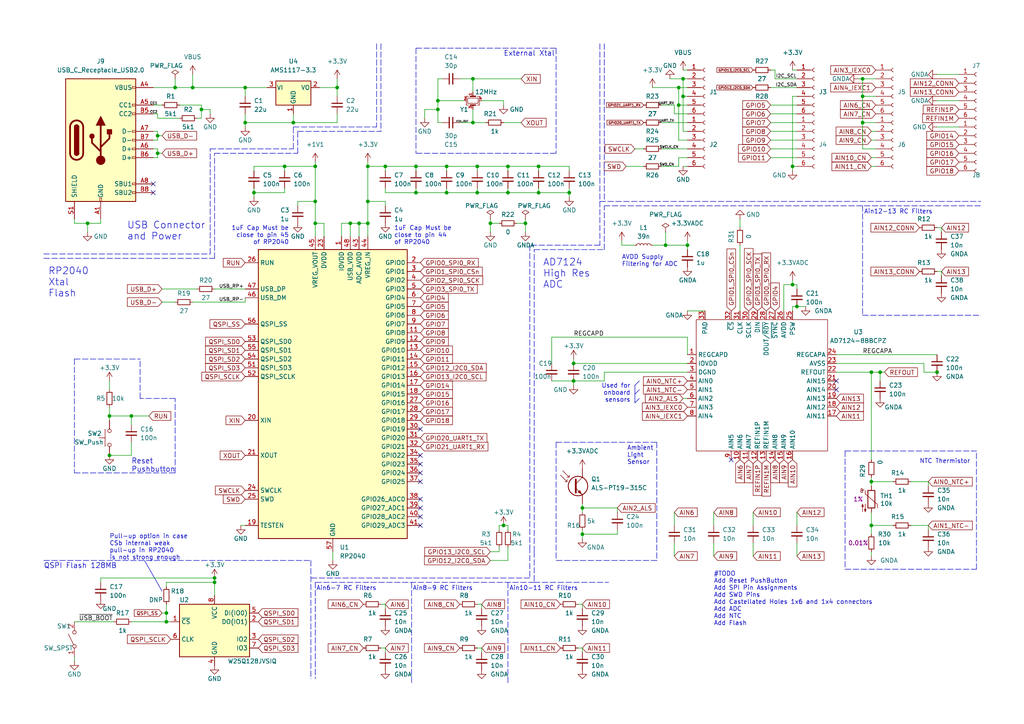
<source format=kicad_sch>
(kicad_sch (version 20211123) (generator eeschema)
  (paper "A4")
  (title_block (title "sensilo project") (date "2022-06-28") (rev "0.0") (company "Fragmau Lab"))
  (junction (at 48.26 180.34))
  (junction (at 106.68 58.42))
  (junction (at 129.54 55.88))
  (junction (at 50.8 25.4))
  (junction (at 73.66 55.88))
  (junction (at 97.79 25.4))
  (junction (at 152.4 64.77))
  (junction (at 137.16 35.56))
  (junction (at 82.55 48.26))
  (junction (at 252.73 152.4))
  (junction (at 91.44 48.26))
  (junction (at 168.91 147.32))
  (junction (at 147.32 55.88))
  (junction (at 165.1 55.88))
  (junction (at 146.05 152.4))
  (junction (at 138.43 55.88))
  (junction (at 156.21 55.88))
  (junction (at 104.14 64.77))
  (junction (at 31.75 120.65))
  (junction (at 199.39 71.12))
  (junction (at 198.12 27.94))
  (junction (at 38.1 120.65))
  (junction (at 142.24 64.77))
  (junction (at 229.87 48.26))
  (junction (at 62.23 168.91))
  (junction (at 231.14 88.9))
  (junction (at 91.44 64.77))
  (junction (at 129.54 48.26))
  (junction (at 250.19 22.86))
  (junction (at 196.85 25.4))
  (junction (at 85.09 35.56))
  (junction (at 55.88 25.4))
  (junction (at 120.65 48.26))
  (junction (at 137.16 22.86))
  (junction (at 31.75 132.08))
  (junction (at 25.4 64.77))
  (junction (at 45.72 39.37))
  (junction (at 138.43 48.26))
  (junction (at 106.68 48.26))
  (junction (at 229.87 82.55))
  (junction (at 101.6 64.77))
  (junction (at 156.21 48.26))
  (junction (at 193.04 71.12))
  (junction (at 91.44 58.42))
  (junction (at 127 29.21))
  (junction (at 111.76 48.26))
  (junction (at 250.19 27.94))
  (junction (at 255.27 107.95))
  (junction (at 168.91 154.94))
  (junction (at 196.85 30.48))
  (junction (at 71.12 25.4))
  (junction (at 48.26 177.8))
  (junction (at 250.19 35.56))
  (junction (at 62.23 167.64))
  (junction (at 198.12 22.86))
  (junction (at 127 31.75))
  (junction (at 147.32 48.26))
  (junction (at 120.65 55.88))
  (junction (at 166.37 105.41))
  (junction (at 45.72 44.45))
  (junction (at 58.42 31.75))
  (junction (at 106.68 64.77))
  (junction (at 166.37 110.49))
  (junction (at 252.73 139.7))
  (junction (at 71.12 35.56))
  (junction (at 271.78 107.95))
  (junction (at 252.73 107.95))
  (no_connect (at 212.09 133.35))
  (no_connect (at 44.45 55.88))
  (no_connect (at 44.45 53.34))
  (no_connect (at 121.92 137.16))
  (no_connect (at 121.92 139.7))
  (no_connect (at 121.92 132.08))
  (no_connect (at 121.92 134.62))
  (no_connect (at 121.92 124.46))
  (no_connect (at 121.92 144.78))
  (no_connect (at 121.92 147.32))
  (no_connect (at 121.92 149.86))
  (no_connect (at 121.92 152.4))
  (no_connect (at 242.57 113.03))
  (no_connect (at 242.57 110.49))
  (polyline (pts (xy 50.8 137.16) (xy 50.8 115.57)))
  (wire (pts (xy 38.1 120.65) (xy 43.18 120.65)))
  (wire (pts (xy 168.91 147.32) (xy 168.91 148.59)))
  (wire (pts (xy 165.1 55.88) (xy 165.1 57.15)))
  (wire (pts (xy 218.44 148.59) (xy 218.44 152.4)))
  (polyline (pts (xy 175.26 72.39) (xy 175.26 59.69)))
  (wire (pts (xy 189.23 71.12) (xy 193.04 71.12)))
  (polyline (pts (xy 245.11 130.81) (xy 245.11 165.1)))
  (wire (pts (xy 86.36 58.42) (xy 91.44 58.42)))
  (polyline (pts (xy 147.32 168.91) (xy 147.32 198.12)))
  (wire (pts (xy 218.44 157.48) (xy 218.44 161.29)))
  (wire (pts (xy 123.19 31.75) (xy 127 31.75)))
  (wire (pts (xy 229.87 82.55) (xy 231.14 82.55)))
  (wire (pts (xy 199.39 71.12) (xy 199.39 72.39)))
  (wire (pts (xy 181.61 48.26) (xy 186.69 48.26)))
  (wire (pts (xy 111.76 48.26) (xy 106.68 48.26)))
  (wire (pts (xy 227.33 90.17) (xy 227.33 82.55)))
  (wire (pts (xy 229.87 20.32) (xy 231.14 20.32)))
  (polyline (pts (xy 184.15 114.3) (xy 185.42 113.03)) (stroke (width 0) (type solid)))
  (wire (pts (xy 142.24 64.77) (xy 144.78 64.77)))
  (wire (pts (xy 101.6 64.77) (xy 104.14 64.77)))
  (polyline (pts (xy 250.19 91.44) (xy 284.48 91.44)))
  (polyline (pts (xy 62.23 44.45) (xy 86.36 44.45)))
  (wire (pts (xy 156.21 49.53) (xy 156.21 48.26)))
  (wire (pts (xy 45.72 34.29) (xy 52.07 34.29)))
  (polyline (pts (xy 154.94 168.91) (xy 176.53 168.91)))
  (wire (pts (xy 214.63 63.5) (xy 214.63 66.04)))
  (wire (pts (xy 252.73 38.1) (xy 254 38.1)))
  (wire (pts (xy 231.14 157.48) (xy 231.14 161.29)))
  (wire (pts (xy 264.16 139.7) (xy 269.24 139.7)))
  (wire (pts (xy 29.21 167.64) (xy 62.23 167.64)))
  (wire (pts (xy 231.14 148.59) (xy 231.14 152.4)))
  (wire (pts (xy 195.58 157.48) (xy 195.58 161.29)))
  (polyline (pts (xy 154.94 160.02) (xy 154.94 72.39)))
  (wire (pts (xy 166.37 104.14) (xy 166.37 105.41)))
  (wire (pts (xy 101.6 68.58) (xy 101.6 64.77)))
  (wire (pts (xy 127 35.56) (xy 128.27 35.56)))
  (wire (pts (xy 231.14 27.94) (xy 229.87 27.94)))
  (wire (pts (xy 91.44 48.26) (xy 91.44 58.42)))
  (wire (pts (xy 138.43 175.26) (xy 139.7 175.26)))
  (polyline (pts (xy 161.29 13.97) (xy 161.29 44.45)))
  (wire (pts (xy 44.45 38.1) (xy 45.72 38.1)))
  (wire (pts (xy 242.57 105.41) (xy 267.97 105.41)))
  (polyline (pts (xy 161.29 128.27) (xy 161.29 162.56)))
  (wire (pts (xy 44.45 33.02) (xy 45.72 33.02)))
  (wire (pts (xy 31.75 120.65) (xy 38.1 120.65)))
  (wire (pts (xy 198.12 22.86) (xy 199.39 22.86)))
  (wire (pts (xy 45.72 43.18) (xy 45.72 44.45)))
  (wire (pts (xy 21.59 190.5) (xy 21.59 191.77)))
  (wire (pts (xy 160.02 97.79) (xy 160.02 105.41)))
  (wire (pts (xy 198.12 20.32) (xy 199.39 20.32)))
  (polyline (pts (xy 85.09 36.83) (xy 109.22 36.83)))
  (wire (pts (xy 144.78 153.67) (xy 144.78 152.4)))
  (polyline (pts (xy 86.36 38.1) (xy 110.49 38.1)))
  (wire (pts (xy 52.07 30.48) (xy 58.42 30.48)))
  (wire (pts (xy 160.02 97.79) (xy 199.39 97.79)))
  (wire (pts (xy 165.1 48.26) (xy 156.21 48.26)))
  (wire (pts (xy 229.87 48.26) (xy 229.87 49.53)))
  (wire (pts (xy 196.85 30.48) (xy 199.39 30.48)))
  (wire (pts (xy 175.26 107.95) (xy 175.26 110.49)))
  (wire (pts (xy 110.49 187.96) (xy 111.76 187.96)))
  (wire (pts (xy 31.75 132.08) (xy 38.1 132.08)))
  (wire (pts (xy 120.65 48.26) (xy 120.65 49.53)))
  (wire (pts (xy 104.14 64.77) (xy 106.68 64.77)))
  (wire (pts (xy 31.75 120.65) (xy 31.75 121.92)))
  (wire (pts (xy 147.32 162.56) (xy 142.24 162.56)))
  (wire (pts (xy 231.14 88.9) (xy 233.68 88.9)))
  (wire (pts (xy 97.79 35.56) (xy 85.09 35.56)))
  (wire (pts (xy 269.24 139.7) (xy 269.24 140.97)))
  (wire (pts (xy 189.23 25.4) (xy 196.85 25.4)))
  (polyline (pts (xy 190.5 162.56) (xy 161.29 162.56)))
  (wire (pts (xy 179.07 154.94) (xy 179.07 153.67)))
  (wire (pts (xy 224.79 22.86) (xy 231.14 22.86)))
  (wire (pts (xy 191.77 43.18) (xy 199.39 43.18)))
  (polyline (pts (xy 109.22 12.7) (xy 109.22 36.83)))
  (wire (pts (xy 199.39 90.17) (xy 204.47 90.17)))
  (wire (pts (xy 123.19 31.75) (xy 123.19 34.29)))
  (wire (pts (xy 165.1 49.53) (xy 165.1 48.26)))
  (wire (pts (xy 214.63 71.12) (xy 214.63 90.17)))
  (wire (pts (xy 48.26 180.34) (xy 49.53 180.34)))
  (wire (pts (xy 242.57 102.87) (xy 271.78 102.87)))
  (wire (pts (xy 196.85 25.4) (xy 196.85 30.48)))
  (wire (pts (xy 229.87 48.26) (xy 231.14 48.26)))
  (wire (pts (xy 223.52 38.1) (xy 231.14 38.1)))
  (polyline (pts (xy 283.21 165.1) (xy 283.21 130.81)))
  (wire (pts (xy 179.07 148.59) (xy 179.07 147.32)))
  (wire (pts (xy 127 29.21) (xy 127 31.75)))
  (wire (pts (xy 99.06 68.58) (xy 99.06 64.77)))
  (wire (pts (xy 195.58 148.59) (xy 195.58 152.4)))
  (polyline (pts (xy 110.49 12.7) (xy 110.49 38.1)))
  (wire (pts (xy 179.07 147.32) (xy 168.91 147.32)))
  (wire (pts (xy 147.32 158.75) (xy 147.32 162.56)))
  (wire (pts (xy 168.91 187.96) (xy 168.91 189.23)))
  (wire (pts (xy 38.1 120.65) (xy 38.1 123.19)))
  (wire (pts (xy 168.91 146.05) (xy 168.91 147.32)))
  (wire (pts (xy 82.55 48.26) (xy 82.55 49.53)))
  (wire (pts (xy 223.52 35.56) (xy 231.14 35.56)))
  (wire (pts (xy 91.44 58.42) (xy 91.44 64.77)))
  (wire (pts (xy 73.66 55.88) (xy 73.66 57.15)))
  (wire (pts (xy 207.01 148.59) (xy 207.01 152.4)))
  (wire (pts (xy 128.27 22.86) (xy 127 22.86)))
  (polyline (pts (xy 185.42 110.49) (xy 184.15 111.76)) (stroke (width 0) (type solid)))
  (wire (pts (xy 29.21 63.5) (xy 29.21 64.77)))
  (wire (pts (xy 91.44 64.77) (xy 91.44 68.58)))
  (wire (pts (xy 168.91 175.26) (xy 168.91 176.53)))
  (wire (pts (xy 96.52 160.02) (xy 96.52 162.56)))
  (polyline (pts (xy 154.94 168.91) (xy 91.44 168.91)))
  (wire (pts (xy 48.26 177.8) (xy 48.26 180.34)))
  (wire (pts (xy 160.02 110.49) (xy 166.37 110.49)))
  (wire (pts (xy 198.12 27.94) (xy 198.12 22.86)))
  (wire (pts (xy 180.34 69.85) (xy 180.34 71.12)))
  (wire (pts (xy 58.42 30.48) (xy 58.42 31.75)))
  (wire (pts (xy 252.73 40.64) (xy 254 40.64)))
  (polyline (pts (xy 173.99 58.42) (xy 173.99 71.12)))
  (wire (pts (xy 252.73 148.59) (xy 252.73 152.4)))
  (wire (pts (xy 195.58 30.48) (xy 195.58 33.02)))
  (wire (pts (xy 73.66 54.61) (xy 73.66 55.88)))
  (wire (pts (xy 252.73 107.95) (xy 252.73 133.35)))
  (wire (pts (xy 38.1 132.08) (xy 38.1 128.27)))
  (wire (pts (xy 198.12 38.1) (xy 198.12 27.94)))
  (wire (pts (xy 227.33 82.55) (xy 229.87 82.55)))
  (wire (pts (xy 167.64 187.96) (xy 168.91 187.96)))
  (polyline (pts (xy 190.5 128.27) (xy 190.5 162.56)))
  (wire (pts (xy 223.52 20.32) (xy 224.79 20.32)))
  (wire (pts (xy 196.85 30.48) (xy 196.85 40.64)))
  (polyline (pts (xy 245.11 130.81) (xy 283.21 130.81)))
  (wire (pts (xy 45.72 39.37) (xy 45.72 40.64)))
  (wire (pts (xy 46.99 87.63) (xy 50.8 87.63)))
  (wire (pts (xy 223.52 43.18) (xy 231.14 43.18)))
  (wire (pts (xy 82.55 54.61) (xy 82.55 55.88)))
  (wire (pts (xy 110.49 175.26) (xy 111.76 175.26)))
  (polyline (pts (xy 175.26 59.69) (xy 284.48 59.69)))
  (wire (pts (xy 142.24 64.77) (xy 142.24 67.31)))
  (wire (pts (xy 111.76 55.88) (xy 120.65 55.88)))
  (wire (pts (xy 255.27 107.95) (xy 256.54 107.95)))
  (polyline (pts (xy 184.15 111.76) (xy 184.15 116.84)) (stroke (width 0) (type solid)))
  (wire (pts (xy 252.73 48.26) (xy 254 48.26)))
  (wire (pts (xy 195.58 33.02) (xy 199.39 33.02)))
  (wire (pts (xy 254 35.56) (xy 250.19 35.56)))
  (wire (pts (xy 45.72 44.45) (xy 46.99 44.45)))
  (polyline (pts (xy 46.99 171.45) (xy 41.91 162.56)) (stroke (width 0) (type solid)))
  (wire (pts (xy 138.43 54.61) (xy 138.43 55.88)))
  (wire (pts (xy 267.97 107.95) (xy 271.78 107.95)))
  (wire (pts (xy 73.66 48.26) (xy 73.66 49.53)))
  (wire (pts (xy 271.78 78.74) (xy 273.05 78.74)))
  (wire (pts (xy 267.97 105.41) (xy 267.97 107.95)))
  (wire (pts (xy 199.39 38.1) (xy 198.12 38.1)))
  (wire (pts (xy 252.73 139.7) (xy 252.73 140.97)))
  (wire (pts (xy 45.72 39.37) (xy 46.99 39.37)))
  (polyline (pts (xy 12.7 73.66) (xy 60.96 73.66)))
  (wire (pts (xy 273.05 78.74) (xy 273.05 80.01)))
  (wire (pts (xy 129.54 54.61) (xy 129.54 55.88)))
  (wire (pts (xy 71.12 35.56) (xy 85.09 35.56)))
  (wire (pts (xy 127 29.21) (xy 134.62 29.21)))
  (wire (pts (xy 223.52 25.4) (xy 231.14 25.4)))
  (wire (pts (xy 147.32 48.26) (xy 147.32 49.53)))
  (wire (pts (xy 166.37 110.49) (xy 175.26 110.49)))
  (wire (pts (xy 111.76 187.96) (xy 111.76 189.23)))
  (wire (pts (xy 129.54 48.26) (xy 129.54 49.53)))
  (wire (pts (xy 104.14 68.58) (xy 104.14 64.77)))
  (wire (pts (xy 46.99 83.82) (xy 57.15 83.82)))
  (wire (pts (xy 142.24 160.02) (xy 144.78 160.02)))
  (wire (pts (xy 199.39 48.26) (xy 198.12 48.26)))
  (wire (pts (xy 106.68 46.99) (xy 106.68 48.26)))
  (wire (pts (xy 250.19 35.56) (xy 250.19 27.94)))
  (wire (pts (xy 180.34 71.12) (xy 184.15 71.12)))
  (wire (pts (xy 71.12 36.83) (xy 71.12 35.56)))
  (wire (pts (xy 92.71 25.4) (xy 97.79 25.4)))
  (wire (pts (xy 271.78 36.83) (xy 278.13 36.83)))
  (wire (pts (xy 271.78 29.21) (xy 278.13 29.21)))
  (wire (pts (xy 152.4 63.5) (xy 152.4 64.77)))
  (wire (pts (xy 58.42 31.75) (xy 58.42 34.29)))
  (polyline (pts (xy 50.8 115.57) (xy 40.64 115.57)))
  (wire (pts (xy 71.12 152.4) (xy 69.85 152.4)))
  (wire (pts (xy 129.54 55.88) (xy 138.43 55.88)))
  (polyline (pts (xy 184.15 116.84) (xy 185.42 115.57)) (stroke (width 0) (type solid)))
  (wire (pts (xy 45.72 40.64) (xy 44.45 40.64)))
  (wire (pts (xy 71.12 25.4) (xy 71.12 27.94)))
  (wire (pts (xy 166.37 111.76) (xy 166.37 110.49)))
  (wire (pts (xy 223.52 30.48) (xy 231.14 30.48)))
  (wire (pts (xy 146.05 35.56) (xy 151.13 35.56)))
  (wire (pts (xy 48.26 170.18) (xy 48.26 168.91)))
  (wire (pts (xy 31.75 110.49) (xy 31.75 113.03)))
  (polyline (pts (xy 40.64 115.57) (xy 40.64 104.14)))
  (wire (pts (xy 147.32 152.4) (xy 147.32 153.67)))
  (wire (pts (xy 85.09 35.56) (xy 85.09 33.02)))
  (wire (pts (xy 147.32 48.26) (xy 138.43 48.26)))
  (wire (pts (xy 252.73 107.95) (xy 255.27 107.95)))
  (wire (pts (xy 168.91 153.67) (xy 168.91 154.94)))
  (wire (pts (xy 93.98 64.77) (xy 91.44 64.77)))
  (wire (pts (xy 147.32 54.61) (xy 147.32 55.88)))
  (wire (pts (xy 93.98 68.58) (xy 93.98 64.77)))
  (wire (pts (xy 137.16 22.86) (xy 151.13 22.86)))
  (polyline (pts (xy 21.59 104.14) (xy 40.64 104.14)))
  (wire (pts (xy 252.73 152.4) (xy 259.08 152.4)))
  (wire (pts (xy 271.78 21.59) (xy 278.13 21.59)))
  (wire (pts (xy 82.55 48.26) (xy 73.66 48.26)))
  (polyline (pts (xy 175.26 12.7) (xy 175.26 58.42)))
  (wire (pts (xy 196.85 45.72) (xy 196.85 48.26)))
  (wire (pts (xy 165.1 54.61) (xy 165.1 55.88)))
  (wire (pts (xy 48.26 168.91) (xy 62.23 168.91)))
  (wire (pts (xy 106.68 58.42) (xy 106.68 64.77)))
  (wire (pts (xy 45.72 38.1) (xy 45.72 39.37)))
  (wire (pts (xy 250.19 27.94) (xy 250.19 22.86)))
  (wire (pts (xy 133.35 22.86) (xy 137.16 22.86)))
  (wire (pts (xy 62.23 168.91) (xy 62.23 172.72)))
  (polyline (pts (xy 12.7 74.93) (xy 62.23 74.93)))
  (wire (pts (xy 29.21 168.91) (xy 29.21 167.64)))
  (wire (pts (xy 106.68 64.77) (xy 106.68 68.58)))
  (wire (pts (xy 199.39 27.94) (xy 198.12 27.94)))
  (wire (pts (xy 146.05 29.21) (xy 146.05 30.48)))
  (wire (pts (xy 194.31 22.86) (xy 198.12 22.86)))
  (wire (pts (xy 138.43 48.26) (xy 138.43 49.53)))
  (polyline (pts (xy 85.09 43.18) (xy 85.09 36.83)))
  (wire (pts (xy 137.16 31.75) (xy 137.16 35.56)))
  (wire (pts (xy 168.91 154.94) (xy 179.07 154.94)))
  (wire (pts (xy 156.21 55.88) (xy 165.1 55.88)))
  (wire (pts (xy 142.24 63.5) (xy 142.24 64.77)))
  (wire (pts (xy 224.79 20.32) (xy 224.79 22.86)))
  (wire (pts (xy 91.44 48.26) (xy 82.55 48.26)))
  (wire (pts (xy 193.04 67.31) (xy 193.04 71.12)))
  (wire (pts (xy 255.27 107.95) (xy 255.27 110.49)))
  (wire (pts (xy 156.21 48.26) (xy 147.32 48.26)))
  (wire (pts (xy 152.4 64.77) (xy 152.4 67.31)))
  (wire (pts (xy 193.04 71.12) (xy 199.39 71.12)))
  (wire (pts (xy 252.73 152.4) (xy 252.73 154.94)))
  (wire (pts (xy 55.88 25.4) (xy 71.12 25.4)))
  (wire (pts (xy 138.43 48.26) (xy 129.54 48.26)))
  (wire (pts (xy 252.73 138.43) (xy 252.73 139.7)))
  (wire (pts (xy 248.92 22.86) (xy 250.19 22.86)))
  (wire (pts (xy 223.52 45.72) (xy 231.14 45.72)))
  (wire (pts (xy 149.86 64.77) (xy 152.4 64.77)))
  (polyline (pts (xy 119.38 168.91) (xy 119.38 198.12)))
  (wire (pts (xy 55.88 21.59) (xy 55.88 25.4)))
  (wire (pts (xy 195.58 30.48) (xy 191.77 30.48)))
  (polyline (pts (xy 161.29 128.27) (xy 190.5 128.27)))
  (wire (pts (xy 196.85 45.72) (xy 199.39 45.72)))
  (wire (pts (xy 111.76 59.69) (xy 111.76 58.42)))
  (wire (pts (xy 129.54 48.26) (xy 120.65 48.26)))
  (wire (pts (xy 254 27.94) (xy 250.19 27.94)))
  (wire (pts (xy 111.76 58.42) (xy 106.68 58.42)))
  (wire (pts (xy 106.68 48.26) (xy 106.68 58.42)))
  (wire (pts (xy 97.79 35.56) (xy 97.79 33.02)))
  (wire (pts (xy 175.26 107.95) (xy 199.39 107.95)))
  (wire (pts (xy 48.26 175.26) (xy 48.26 177.8)))
  (wire (pts (xy 252.73 161.29) (xy 252.73 160.02)))
  (wire (pts (xy 60.96 31.75) (xy 58.42 31.75)))
  (wire (pts (xy 111.76 54.61) (xy 111.76 55.88)))
  (polyline (pts (xy 21.59 104.14) (xy 21.59 137.16)))
  (wire (pts (xy 144.78 152.4) (xy 146.05 152.4)))
  (wire (pts (xy 25.4 64.77) (xy 29.21 64.77)))
  (wire (pts (xy 120.65 48.26) (xy 111.76 48.26)))
  (wire (pts (xy 62.23 83.82) (xy 71.12 83.82)))
  (wire (pts (xy 138.43 55.88) (xy 147.32 55.88)))
  (wire (pts (xy 45.72 45.72) (xy 44.45 45.72)))
  (wire (pts (xy 250.19 22.86) (xy 254 22.86)))
  (wire (pts (xy 250.19 43.18) (xy 250.19 35.56)))
  (wire (pts (xy 199.39 69.85) (xy 199.39 71.12)))
  (polyline (pts (xy 245.11 165.1) (xy 283.21 165.1)))
  (polyline (pts (xy 161.29 44.45) (xy 120.65 44.45)))
  (wire (pts (xy 223.52 33.02) (xy 231.14 33.02)))
  (polyline (pts (xy 153.67 158.75) (xy 153.67 167.64)))
  (wire (pts (xy 242.57 107.95) (xy 252.73 107.95)))
  (polyline (pts (xy 62.23 74.93) (xy 62.23 44.45)))
  (wire (pts (xy 46.99 177.8) (xy 48.26 177.8)))
  (wire (pts (xy 44.45 30.48) (xy 46.99 30.48)))
  (polyline (pts (xy 153.67 167.64) (xy 90.17 167.64)))
  (wire (pts (xy 71.12 25.4) (xy 77.47 25.4)))
  (wire (pts (xy 229.87 27.94) (xy 229.87 48.26)))
  (wire (pts (xy 137.16 35.56) (xy 140.97 35.56)))
  (wire (pts (xy 21.59 64.77) (xy 25.4 64.77)))
  (wire (pts (xy 147.32 55.88) (xy 156.21 55.88)))
  (polyline (pts (xy 153.67 71.12) (xy 153.67 158.75)))
  (wire (pts (xy 191.77 48.26) (xy 196.85 48.26)))
  (wire (pts (xy 229.87 90.17) (xy 229.87 88.9)))
  (wire (pts (xy 196.85 25.4) (xy 199.39 25.4)))
  (polyline (pts (xy 21.59 137.16) (xy 50.8 137.16)))
  (wire (pts (xy 21.59 63.5) (xy 21.59 64.77)))
  (wire (pts (xy 60.96 33.02) (xy 60.96 31.75)))
  (wire (pts (xy 21.59 180.34) (xy 33.02 180.34)))
  (wire (pts (xy 146.05 152.4) (xy 147.32 152.4)))
  (wire (pts (xy 167.64 175.26) (xy 168.91 175.26)))
  (wire (pts (xy 91.44 46.99) (xy 91.44 48.26)))
  (wire (pts (xy 44.45 25.4) (xy 50.8 25.4)))
  (wire (pts (xy 73.66 55.88) (xy 82.55 55.88)))
  (wire (pts (xy 127 22.86) (xy 127 29.21)))
  (wire (pts (xy 139.7 175.26) (xy 139.7 176.53)))
  (wire (pts (xy 44.45 43.18) (xy 45.72 43.18)))
  (wire (pts (xy 137.16 22.86) (xy 137.16 26.67)))
  (polyline (pts (xy 120.65 13.97) (xy 161.29 13.97)))
  (wire (pts (xy 273.05 66.04) (xy 273.05 67.31)))
  (wire (pts (xy 254 43.18) (xy 250.19 43.18)))
  (wire (pts (xy 45.72 44.45) (xy 45.72 45.72)))
  (polyline (pts (xy 154.94 72.39) (xy 175.26 72.39)))
  (wire (pts (xy 144.78 160.02) (xy 144.78 158.75)))
  (polyline (pts (xy 90.17 162.56) (xy 90.17 196.85)))
  (wire (pts (xy 223.52 40.64) (xy 231.14 40.64)))
  (polyline (pts (xy 60.96 73.66) (xy 60.96 43.18)))
  (polyline (pts (xy 91.44 168.91) (xy 91.44 196.85)))
  (wire (pts (xy 50.8 22.86) (xy 50.8 25.4)))
  (wire (pts (xy 199.39 40.64) (xy 196.85 40.64)))
  (polyline (pts (xy 173.99 12.7) (xy 173.99 58.42)))
  (wire (pts (xy 55.88 87.63) (xy 71.12 87.63)))
  (wire (pts (xy 166.37 105.41) (xy 199.39 105.41)))
  (wire (pts (xy 31.75 118.11) (xy 31.75 120.65)))
  (wire (pts (xy 71.12 35.56) (xy 71.12 33.02)))
  (wire (pts (xy 252.73 45.72) (xy 254 45.72)))
  (wire (pts (xy 207.01 157.48) (xy 207.01 161.29)))
  (polyline (pts (xy 86.36 44.45) (xy 86.36 38.1)))
  (wire (pts (xy 191.77 35.56) (xy 199.39 35.56)))
  (polyline (pts (xy 250.19 59.69) (xy 250.19 91.44)))
  (wire (pts (xy 62.23 167.64) (xy 62.23 168.91)))
  (wire (pts (xy 229.87 88.9) (xy 231.14 88.9)))
  (wire (pts (xy 50.8 25.4) (xy 55.88 25.4)))
  (wire (pts (xy 120.65 54.61) (xy 120.65 55.88)))
  (wire (pts (xy 111.76 175.26) (xy 111.76 176.53)))
  (wire (pts (xy 271.78 66.04) (xy 273.05 66.04)))
  (wire (pts (xy 57.15 34.29) (xy 58.42 34.29)))
  (wire (pts (xy 71.12 86.36) (xy 71.12 87.63)))
  (polyline (pts (xy 120.65 13.97) (xy 120.65 44.45)))
  (wire (pts (xy 133.35 35.56) (xy 137.16 35.56)))
  (wire (pts (xy 252.73 139.7) (xy 259.08 139.7)))
  (polyline (pts (xy 173.99 71.12) (xy 153.67 71.12)))
  (wire (pts (xy 97.79 22.86) (xy 97.79 25.4)))
  (wire (pts (xy 264.16 152.4) (xy 269.24 152.4)))
  (polyline (pts (xy 173.99 58.42) (xy 284.48 58.42)))
  (wire (pts (xy 168.91 154.94) (xy 168.91 156.21)))
  (wire (pts (xy 97.79 25.4) (xy 97.79 27.94)))
  (wire (pts (xy 184.15 43.18) (xy 186.69 43.18)))
  (wire (pts (xy 269.24 152.4) (xy 269.24 153.67)))
  (wire (pts (xy 111.76 48.26) (xy 111.76 49.53)))
  (wire (pts (xy 199.39 97.79) (xy 199.39 102.87)))
  (wire (pts (xy 198.12 115.57) (xy 199.39 115.57)))
  (polyline (pts (xy 154.94 160.02) (xy 154.94 168.91)))
  (wire (pts (xy 86.36 59.69) (xy 86.36 58.42)))
  (wire (pts (xy 139.7 187.96) (xy 139.7 189.23)))
  (polyline (pts (xy 60.96 43.18) (xy 85.09 43.18)))
  (polyline (pts (xy 12.7 162.56) (xy 90.17 162.56)))
  (wire (pts (xy 231.14 82.55) (xy 231.14 83.82)))
  (wire (pts (xy 229.87 81.28) (xy 229.87 82.55)))
  (wire (pts (xy 45.72 33.02) (xy 45.72 34.29)))
  (wire (pts (xy 25.4 64.77) (xy 25.4 67.31)))
  (wire (pts (xy 139.7 29.21) (xy 146.05 29.21)))
  (wire (pts (xy 120.65 55.88) (xy 129.54 55.88)))
  (wire (pts (xy 99.06 64.77) (xy 101.6 64.77)))
  (wire (pts (xy 138.43 187.96) (xy 139.7 187.96)))
  (wire (pts (xy 127 31.75) (xy 127 35.56)))
  (wire (pts (xy 156.21 54.61) (xy 156.21 55.88)))
  (wire (pts (xy 38.1 180.34) (xy 48.26 180.34)))
  (text "USB Connector\nand Power" (at 36.83 69.85 0) (effects (font (size 2 2)) (justify left bottom)))
  (text "1uF Cap Must be\nclose to pin 44\nof RP2040" (at 114.3 71.12 0) (effects (font (size 1.27 1.27)) (justify left bottom)))
  (text "External Xtal" (at 146.05 16.51 0) (effects (font (size 1.5 1.5)) (justify left bottom)))
  (text "AD7124\nHigh Res\nADC" (at 157.48 83.82 0) (effects (font (size 2 2)) (justify left bottom)))
  (text "Used for\nonboard\nsensors" (at 182.88 116.84 180) (effects (font (size 1.27 1.27)) (justify right bottom)))
  (text "Ain10-11 RC Filters" (at 167.64 171.45 180) (effects (font (size 1.27 1.27)) (justify right bottom)))
  (text "Pull-up option in case\nCSb internal weak\npull-up in RP2040\nis not strong enough" (at 31.75 162.56 0) (effects (font (size 1.27 1.27)) (justify left bottom)))
  (text "Reset\nPushbutton" (at 38.1 137.16 0) (effects (font (size 1.5 1.5)) (justify left bottom)))
  (text "#TODO\nAdd Reset PushButton\nAdd SPI Pin Assignments\nAdd SWD Pins\nAdd Castellated Holes 1x6 and 1x4 connectors\nAdd ADC\nAdd NTC\nAdd Flash" (at 207.01 181.61 0) (effects (font (size 1.27 1.27)) (justify left bottom)))
  (text "Ambient\nLight\nSensor" (at 181.864 134.874 0) (effects (font (size 1.27 1.27)) (justify left bottom)))
  (text "Ain6-7 RC Filters" (at 109.22 171.45 180) (effects (font (size 1.27 1.27)) (justify right bottom)))
  (text "QSPI Flash 128MB" (at 12.7 165.1 0) (effects (font (size 1.5 1.5)) (justify left bottom)))
  (text "AVDD Supply \nFiltering for ADC" (at 180.34 77.47 0) (effects (font (size 1.27 1.27)) (justify left bottom)))
  (text "1uF Cap Must be\nclose to pin 45\nof RP2040" (at 83.82 71.12 180) (effects (font (size 1.27 1.27)) (justify right bottom)))
  (text "Ain8-9 RC Filters" (at 137.16 171.45 180) (effects (font (size 1.27 1.27)) (justify right bottom)))
  (text "Ain12-13 RC Filters" (at 270.51 62.23 180) (effects (font (size 1.27 1.27)) (justify right bottom)))
  (text "NTC Thermistor" (at 266.7 134.62 0) (effects (font (size 1.27 1.27)) (justify left bottom)))
  (text "RP2040\nXtal\nFlash" (at 13.97 86.36 0) (effects (font (size 2 2)) (justify left bottom)))
  (label "I2C_SCL" (at 231.14 22.86 180) (effects (font (size 1 1))))
  (label "CC1" (at 45.72 30.48 180) (effects (font (size 0.7 0.7))))
  (label "CC2" (at 45.72 33.02 180) (effects (font (size 0.7 0.7))))
  (label "UART_RX" (at 195.58 30.48 180) (effects (font (size 0.7 0.7))))
  (label "USB_RP-" (at 63.5 87.63 0) (effects (font (size 1 1))))
  (label "UART_TX" (at 195.58 35.56 180) (effects (font (size 0.7 0.7))))
  (label "~{USB_BOOT}" (at 22.86 180.34 0))
  (label "USB_RP+" (at 63.5 83.82 0) (effects (font (size 1 1))))
  (label "I2C_SDA" (at 231.14 25.4 180) (effects (font (size 1 1))))
  (label "REGCAPA" (at 250.19 102.87 0))
  (label "REGCAPD" (at 166.37 97.79 0))
  (label "SWCLK_CN" (at 196.85 43.18 180) (effects (font (size 0.7 0.7))))
  (label "SWD_CN" (at 195.58 48.26 180) (effects (font (size 0.7 0.7))))
  (label "XTAL_OUT" (at 135.89 35.56 180) (effects (font (size 0.5 0.5))))
  (global_label "QSPI_SCLK" (shape input) (at 49.53 185.42 180) (property "Intersheet References" "${INTERSHEET_REFS}" (effects hide)))
  (global_label "USB_D+" (shape input) (at 46.99 83.82 180) (property "Intersheet References" "${INTERSHEET_REFS}" (effects hide)))
  (global_label "GPIO11" (shape input) (at 121.92 104.14 0) (property "Intersheet References" "${INTERSHEET_REFS}" (effects hide)))
  (global_label "QSPI_SD3" (shape input) (at 74.93 187.96 0) (property "Intersheet References" "${INTERSHEET_REFS}" (effects hide)))
  (global_label "GPIO12_I2C0_SDA" (shape input) (at 218.44 25.4 180) (effects (font (size 0.7 0.7))) (property "Intersheet References" "${INTERSHEET_REFS}" (effects hide)))
  (global_label "GPIO0_SPI0_RX" (shape input) (at 222.25 90.17 90) (property "Intersheet References" "${INTERSHEET_REFS}" (effects hide)))
  (global_label "AIN13_CONN" (shape input) (at 278.13 26.67 180) (property "Intersheet References" "${INTERSHEET_REFS}" (effects hide)))
  (global_label "AIN8" (shape input) (at 139.7 175.26 0) (property "Intersheet References" "${INTERSHEET_REFS}" (effects hide)))
  (global_label "GPIO8" (shape input) (at 223.52 38.1 180) (property "Intersheet References" "${INTERSHEET_REFS}" (effects hide)))
  (global_label "AIN3_IEXC0" (shape input) (at 199.39 118.11 180) (property "Intersheet References" "${INTERSHEET_REFS}" (effects hide)))
  (global_label "GPIO12_I2C0_SDA" (shape input) (at 142.24 162.56 180) (property "Intersheet References" "${INTERSHEET_REFS}" (effects hide)))
  (global_label "GPIO7" (shape input) (at 121.92 93.98 0) (property "Intersheet References" "${INTERSHEET_REFS}" (effects hide)))
  (global_label "XOUT" (shape input) (at 151.13 35.56 0) (property "Intersheet References" "${INTERSHEET_REFS}" (effects hide)))
  (global_label "GPIO9" (shape input) (at 223.52 40.64 180) (property "Intersheet References" "${INTERSHEET_REFS}" (effects hide)))
  (global_label "GPIO10" (shape input) (at 223.52 43.18 180) (property "Intersheet References" "${INTERSHEET_REFS}" (effects hide)))
  (global_label "QSPI_SD2" (shape input) (at 71.12 104.14 180) (property "Intersheet References" "${INTERSHEET_REFS}" (effects hide)))
  (global_label "RUN" (shape input) (at 43.18 120.65 0) (property "Intersheet References" "${INTERSHEET_REFS}" (effects hide)))
  (global_label "GPIO16" (shape input) (at 278.13 44.45 180) (property "Intersheet References" "${INTERSHEET_REFS}" (effects hide)))
  (global_label "AIN3_IEXC0" (shape input) (at 254 20.32 180) (property "Intersheet References" "${INTERSHEET_REFS}" (effects hide)))
  (global_label "GPIO10" (shape input) (at 121.92 101.6 0) (property "Intersheet References" "${INTERSHEET_REFS}" (effects hide)))
  (global_label "AIN0_NTC+" (shape input) (at 199.39 110.49 180) (property "Intersheet References" "${INTERSHEET_REFS}" (effects hide)))
  (global_label "GPIO15" (shape input) (at 121.92 114.3 0) (property "Intersheet References" "${INTERSHEET_REFS}" (effects hide)))
  (global_label "REFIN1M" (shape input) (at 222.25 133.35 270) (property "Intersheet References" "${INTERSHEET_REFS}" (effects hide)))
  (global_label "USB_D+" (shape input) (at 46.99 44.45 0) (property "Intersheet References" "${INTERSHEET_REFS}" (effects hide)))
  (global_label "SWD" (shape input) (at 181.61 48.26 180) (property "Intersheet References" "${INTERSHEET_REFS}" (effects hide)))
  (global_label "XOUT" (shape input) (at 71.12 132.08 180) (property "Intersheet References" "${INTERSHEET_REFS}" (effects hide)))
  (global_label "GPIO12_I2C0_SDA" (shape input) (at 121.92 106.68 0) (property "Intersheet References" "${INTERSHEET_REFS}" (effects hide)))
  (global_label "REFIN1M" (shape input) (at 278.13 34.29 180) (property "Intersheet References" "${INTERSHEET_REFS}" (effects hide)))
  (global_label "AIN7" (shape input) (at 111.76 187.96 0) (property "Intersheet References" "${INTERSHEET_REFS}" (effects hide)))
  (global_label "QSPI_SD0" (shape input) (at 71.12 99.06 180) (property "Intersheet References" "${INTERSHEET_REFS}" (effects hide)))
  (global_label "AIN11" (shape input) (at 218.44 161.29 0) (property "Intersheet References" "${INTERSHEET_REFS}" (effects hide)))
  (global_label "AIN1_NTC-" (shape input) (at 199.39 113.03 180) (property "Intersheet References" "${INTERSHEET_REFS}" (effects hide)))
  (global_label "AIN9_CN" (shape input) (at 133.35 187.96 180) (property "Intersheet References" "${INTERSHEET_REFS}" (effects hide)))
  (global_label "REFIN1P" (shape input) (at 278.13 31.75 180) (property "Intersheet References" "${INTERSHEET_REFS}" (effects hide)))
  (global_label "AIN4_IEXC1" (shape input) (at 199.39 120.65 180) (property "Intersheet References" "${INTERSHEET_REFS}" (effects hide)))
  (global_label "AIN10" (shape input) (at 168.91 175.26 0) (property "Intersheet References" "${INTERSHEET_REFS}" (effects hide)))
  (global_label "AIN9" (shape input) (at 227.33 133.35 270) (property "Intersheet References" "${INTERSHEET_REFS}" (effects hide)))
  (global_label "GPIO1_SPI0_CSn" (shape input) (at 121.92 78.74 0) (property "Intersheet References" "${INTERSHEET_REFS}" (effects hide)))
  (global_label "AIN9" (shape input) (at 139.7 187.96 0) (property "Intersheet References" "${INTERSHEET_REFS}" (effects hide)))
  (global_label "AIN6" (shape input) (at 195.58 148.59 0) (property "Intersheet References" "${INTERSHEET_REFS}" (effects hide)))
  (global_label "AIN12_CONN" (shape input) (at 278.13 24.13 180) (property "Intersheet References" "${INTERSHEET_REFS}" (effects hide)))
  (global_label "GPIO17" (shape input) (at 278.13 46.99 180) (property "Intersheet References" "${INTERSHEET_REFS}" (effects hide)))
  (global_label "AIN6" (shape input) (at 214.63 133.35 270) (property "Intersheet References" "${INTERSHEET_REFS}" (effects hide)))
  (global_label "QSPI_SS" (shape input) (at 71.12 93.98 180) (property "Intersheet References" "${INTERSHEET_REFS}" (effects hide)))
  (global_label "GPIO6" (shape input) (at 223.52 33.02 180) (property "Intersheet References" "${INTERSHEET_REFS}" (effects hide)))
  (global_label "AIN7_CN" (shape input) (at 254 33.02 180) (property "Intersheet References" "${INTERSHEET_REFS}" (effects hide)))
  (global_label "GPIO0_SPI0_RX" (shape input) (at 121.92 76.2 0) (property "Intersheet References" "${INTERSHEET_REFS}" (effects hide)))
  (global_label "GPIO5" (shape input) (at 223.52 30.48 180) (property "Intersheet References" "${INTERSHEET_REFS}" (effects hide)))
  (global_label "AIN11" (shape input) (at 242.57 120.65 0) (property "Intersheet References" "${INTERSHEET_REFS}" (effects hide)))
  (global_label "AIN8" (shape input) (at 224.79 133.35 270) (property "Intersheet References" "${INTERSHEET_REFS}" (effects hide)))
  (global_label "QSPI_SD3" (shape input) (at 71.12 106.68 180) (property "Intersheet References" "${INTERSHEET_REFS}" (effects hide)))
  (global_label "GPIO20_UART1_TX" (shape input) (at 121.92 127 0) (property "Intersheet References" "${INTERSHEET_REFS}" (effects hide)))
  (global_label "AIN7_CN" (shape input) (at 105.41 187.96 180) (property "Intersheet References" "${INTERSHEET_REFS}" (effects hide)))
  (global_label "AIN0_NTC+" (shape input) (at 269.24 139.7 0) (property "Intersheet References" "${INTERSHEET_REFS}" (effects hide)))
  (global_label "GPIO18" (shape input) (at 121.92 121.92 0) (property "Intersheet References" "${INTERSHEET_REFS}" (effects hide)))
  (global_label "AIN2_ALS" (shape input) (at 179.07 147.32 0) (property "Intersheet References" "${INTERSHEET_REFS}" (effects hide)))
  (global_label "GPIO13_I2C0_SCL" (shape input) (at 218.44 20.32 180) (effects (font (size 0.7 0.7))) (property "Intersheet References" "${INTERSHEET_REFS}" (effects hide)))
  (global_label "AIN6" (shape input) (at 111.76 175.26 0) (property "Intersheet References" "${INTERSHEET_REFS}" (effects hide)))
  (global_label "XIN" (shape input) (at 151.13 22.86 0) (property "Intersheet References" "${INTERSHEET_REFS}" (effects hide)))
  (global_label "AIN11_CN" (shape input) (at 252.73 48.26 180) (property "Intersheet References" "${INTERSHEET_REFS}" (effects hide)))
  (global_label "GPIO4" (shape input) (at 224.79 90.17 90) (property "Intersheet References" "${INTERSHEET_REFS}" (effects hide)))
  (global_label "QSPI_SD0" (shape input) (at 74.93 177.8 0) (property "Intersheet References" "${INTERSHEET_REFS}" (effects hide)))
  (global_label "GPIO20_UART1_TX" (shape input) (at 186.69 35.56 180) (effects (font (size 0.7 0.7))) (property "Intersheet References" "${INTERSHEET_REFS}" (effects hide)))
  (global_label "SWCLK" (shape input) (at 184.15 43.18 180) (property "Intersheet References" "${INTERSHEET_REFS}" (effects hide)))
  (global_label "GPIO14" (shape input) (at 278.13 39.37 180) (property "Intersheet References" "${INTERSHEET_REFS}" (effects hide)))
  (global_label "GPIO13_I2C0_SCL" (shape input) (at 121.92 109.22 0) (property "Intersheet References" "${INTERSHEET_REFS}" (effects hide)))
  (global_label "AIN10" (shape input) (at 218.44 148.59 0) (property "Intersheet References" "${INTERSHEET_REFS}" (effects hide)))
  (global_label "GPIO15" (shape input) (at 278.13 41.91 180) (property "Intersheet References" "${INTERSHEET_REFS}" (effects hide)))
  (global_label "AIN8" (shape input) (at 207.01 148.59 0) (property "Intersheet References" "${INTERSHEET_REFS}" (effects hide)))
  (global_label "QSPI_SD1" (shape input) (at 71.12 101.6 180) (property "Intersheet References" "${INTERSHEET_REFS}" (effects hide)))
  (global_label "USB_D-" (shape input) (at 46.99 87.63 180) (property "Intersheet References" "${INTERSHEET_REFS}" (effects hide)))
  (global_label "QSPI_SCLK" (shape input) (at 71.12 109.22 180) (property "Intersheet References" "${INTERSHEET_REFS}" (effects hide)))
  (global_label "USB_D-" (shape input) (at 46.99 39.37 0) (property "Intersheet References" "${INTERSHEET_REFS}" (effects hide)))
  (global_label "REFIN1P" (shape input) (at 219.71 133.35 270) (property "Intersheet References" "${INTERSHEET_REFS}" (effects hide)))
  (global_label "GPIO9" (shape input) (at 121.92 99.06 0) (property "Intersheet References" "${INTERSHEET_REFS}" (effects hide)))
  (global_label "GPIO4" (shape input) (at 121.92 86.36 0) (property "Intersheet References" "${INTERSHEET_REFS}" (effects hide)))
  (global_label "AIN10_CN" (shape input) (at 252.73 45.72 180) (property "Intersheet References" "${INTERSHEET_REFS}" (effects hide)))
  (global_label "AIN7" (shape input) (at 217.17 133.35 270) (property "Intersheet References" "${INTERSHEET_REFS}" (effects hide)))
  (global_label "QSPI_SS" (shape input) (at 46.99 177.8 180) (effects (font (size 1 1))) (property "Intersheet References" "${INTERSHEET_REFS}" (effects hide)))
  (global_label "AIN8_CN" (shape input) (at 252.73 38.1 180) (property "Intersheet References" "${INTERSHEET_REFS}" (effects hide)))
  (global_label "AIN2_ALS" (shape input) (at 198.12 115.57 180) (property "Intersheet References" "${INTERSHEET_REFS}" (effects hide)))
  (global_label "QSPI_SD2" (shape input) (at 74.93 185.42 0) (property "Intersheet References" "${INTERSHEET_REFS}" (effects hide)))
  (global_label "GPIO21_UART1_RX" (shape input) (at 121.92 129.54 0) (property "Intersheet References" "${INTERSHEET_REFS}" (effects hide)))
  (global_label "GPIO14" (shape input) (at 121.92 111.76 0) (property "Intersheet References" "${INTERSHEET_REFS}" (effects hide)))
  (global_label "GPIO21_UART1_RX" (shape input) (at 186.69 30.48 180) (effects (font (size 0.7 0.7))) (property "Intersheet References" "${INTERSHEET_REFS}" (effects hide)))
  (global_label "AIN10_CN" (shape input) (at 162.56 175.26 180) (property "Intersheet References" "${INTERSHEET_REFS}" (effects hide)))
  (global_label "GPIO5" (shape input) (at 121.92 88.9 0) (property "Intersheet References" "${INTERSHEET_REFS}" (effects hide)))
  (global_label "SWCLK" (shape input) (at 71.12 142.24 180) (property "Intersheet References" "${INTERSHEET_REFS}" (effects hide)))
  (global_label "AIN6_CN" (shape input) (at 254 30.48 180) (property "Intersheet References" "${INTERSHEET_REFS}" (effects hide)))
  (global_label "AIN13" (shape input) (at 273.05 78.74 0) (property "Intersheet References" "${INTERSHEET_REFS}" (effects hide)))
  (global_label "AIN7" (shape input) (at 195.58 161.29 0) (property "Intersheet References" "${INTERSHEET_REFS}" (effects hide)))
  (global_label "GPIO11" (shape input) (at 223.52 45.72 180) (property "Intersheet References" "${INTERSHEET_REFS}" (effects hide)))
  (global_label "SWD" (shape input) (at 71.12 144.78 180) (property "Intersheet References" "${INTERSHEET_REFS}" (effects hide)))
  (global_label "GPIO8" (shape input) (at 121.92 96.52 0) (property "Intersheet References" "${INTERSHEET_REFS}" (effects hide)))
  (global_label "GPIO2_SPI0_SCK" (shape input) (at 121.92 81.28 0) (property "Intersheet References" "${INTERSHEET_REFS}" (effects hide)))
  (global_label "GPIO17" (shape input) (at 121.92 119.38 0) (property "Intersheet References" "${INTERSHEET_REFS}" (effects hide)))
  (global_label "AIN12" (shape input) (at 273.05 66.04 0) (property "Intersheet References" "${INTERSHEET_REFS}" (effects hide)))
  (global_label "AIN12_CONN" (shape input) (at 266.7 66.04 180) (property "Intersheet References" "${INTERSHEET_REFS}" (effects hide)))
  (global_label "AIN10" (shape input) (at 229.87 133.35 270) (property "Intersheet References" "${INTERSHEET_REFS}" (effects hide)))
  (global_label "REFOUT" (shape input) (at 256.54 107.95 0) (property "Intersheet References" "${INTERSHEET_REFS}" (effects hide)))
  (global_label "GPIO3_SPI0_TX" (shape input) (at 121.92 83.82 0) (property "Intersheet References" "${INTERSHEET_REFS}" (effects hide)))
  (global_label "AIN12" (shape input) (at 242.57 118.11 0) (property "Intersheet References" "${INTERSHEET_REFS}" (effects hide)))
  (global_label "QSPI_SD1" (shape input) (at 74.93 180.34 0) (property "Intersheet References" "${INTERSHEET_REFS}" (effects hide)))
  (global_label "AIN4_IEXC1" (shape input) (at 254 25.4 180) (property "Intersheet References" "${INTERSHEET_REFS}" (effects hide)))
  (global_label "GPIO2_SPI0_SCK" (shape input) (at 217.17 90.17 90) (property "Intersheet References" "${INTERSHEET_REFS}" (effects hide)))
  (global_label "GPIO6" (shape input) (at 121.92 91.44 0) (property "Intersheet References" "${INTERSHEET_REFS}" (effects hide)))
  (global_label "GPIO16" (shape input) (at 121.92 116.84 0) (property "Intersheet References" "${INTERSHEET_REFS}" (effects hide)))
  (global_label "GPIO3_SPI0_TX" (shape input) (at 219.71 90.17 90) (property "Intersheet References" "${INTERSHEET_REFS}" (effects hide)))
  (global_label "AIN6_CN" (shape input) (at 105.41 175.26 180) (property "Intersheet References" "${INTERSHEET_REFS}" (effects hide)))
  (global_label "AIN9_CN" (shape input) (at 252.73 40.64 180) (property "Intersheet References" "${INTERSHEET_REFS}" (effects hide)))
  (global_label "XIN" (shape input) (at 71.12 121.92 180) (property "Intersheet References" "${INTERSHEET_REFS}" (effects hide)))
  (global_label "AIN8_CN" (shape input) (at 133.35 175.26 180) (property "Intersheet References" "${INTERSHEET_REFS}" (effects hide)))
  (global_label "AIN13" (shape input) (at 242.57 115.57 0) (property "Intersheet References" "${INTERSHEET_REFS}" (effects hide)))
  (global_label "AIN13" (shape input) (at 231.14 161.29 0) (property "Intersheet References" "${INTERSHEET_REFS}" (effects hide)))
  (global_label "AIN13_CONN" (shape input) (at 266.7 78.74 180) (property "Intersheet References" "${INTERSHEET_REFS}" (effects hide)))
  (global_label "AIN12" (shape input) (at 231.14 148.59 0) (property "Intersheet References" "${INTERSHEET_REFS}" (effects hide)))
  (global_label "RUN" (shape input) (at 71.12 76.2 180) (property "Intersheet References" "${INTERSHEET_REFS}" (effects hide)))
  (global_label "AIN1_NTC-" (shape input) (at 269.24 152.4 0) (property "Intersheet References" "${INTERSHEET_REFS}" (effects hide)))
  (global_label "GPIO1_SPI0_CSn" (shape input) (at 212.09 90.17 90) (property "Intersheet References" "${INTERSHEET_REFS}" (effects hide)))
  (global_label "AIN11" (shape input) (at 168.91 187.96 0) (property "Intersheet References" "${INTERSHEET_REFS}" (effects hide)))
  (global_label "GPIO7" (shape input) (at 223.52 35.56 180) (property "Intersheet References" "${INTERSHEET_REFS}" (effects hide)))
  (global_label "GPIO13_I2C0_SCL" (shape input) (at 142.24 160.02 180) (property "Intersheet References" "${INTERSHEET_REFS}" (effects hide)))
  (global_label "AIN11_CN" (shape input) (at 162.56 187.96 180) (property "Intersheet References" "${INTERSHEET_REFS}" (effects hide)))
  (global_label "AIN9" (shape input) (at 207.01 161.29 0) (property "Intersheet References" "${INTERSHEET_REFS}" (effects hide)))
  (global_label "GPIO18" (shape input) (at 278.13 49.53 180) (property "Intersheet References" "${INTERSHEET_REFS}" (effects hide)))
  (symbol (lib_id "power:GND") (at 62.23 193.04 0) (unit 1)
    (property "Reference" "#PWR09" (effects hide))
    (property "Value" "GND" (at 62.23 196.85 0))
  )
  (symbol (lib_id "MCU_RaspberryPi:RP2040") (at 96.52 114.3 0) (unit 1)
    (property "Reference" "U1" (at 98.5394 158.75 0) (effects (justify left)))
    (property "Value" "RP2040" (at 98.5394 161.29 0) (effects (justify left)))
    (property "Footprint" "Package_DFN_QFN:QFN-56-1EP_7x7mm_P0.4mm_EP3.2x3.2mm" (effects hide))
    (property "Datasheet" "https://datasheets.raspberrypi.com/rp2040/rp2040-datasheet.pdf" (effects hide))
  )
  (symbol (lib_id "power:GNDA") (at 269.24 146.05 0) (unit 1)
    (property "Reference" "#PWR051" (effects hide))
    (property "Value" "GNDA" (at 271.78 147.3199 0) (effects (justify left)))
  )
  (symbol (lib_id "Device:R_Small") (at 48.26 172.72 180) (unit 1)
    (property "Reference" "R18" (at 49.53 171.45 0) (effects (justify right)))
    (property "Value" "DNP" (at 43.18 173.99 0) (effects (justify right)))
    (property "Footprint" "Resistor_SMD:R_0402_1005Metric" (effects hide))
  )
  (symbol (lib_id "power:GNDA") (at 233.68 88.9 0) (unit 1)
    (property "Reference" "#PWR047" (effects hide))
    (property "Value" "GNDA" (at 236.22 90.1699 0) (effects (justify left)))
  )
  (symbol (lib_id "power:GNDA") (at 271.78 29.21 270) (unit 1)
    (property "Reference" "#PWR0101" (effects hide))
    (property "Value" "GNDA" (at 264.16 29.21 90) (effects (justify left)))
  )
  (symbol (lib_id "Connector:Conn_01x06_Female") (at 204.47 40.64 0) (unit 1)
    (property "Reference" "J2" (at 205.74 41.9099 0) (effects (justify left)))
    (property "Value" "Conn_01x06_Female" (effects hide))
    (property "Footprint" "Connector_PinHeader_2.54mm_Extra:PinHeader_1x06_P2.54mm_Vertical_Castellated" (effects hide))
  )
  (symbol (lib_id "Device:C_Small") (at 271.78 105.41 0) (unit 1)
    (property "Reference" "C22" (at 274.32 104.1462 0) (effects (justify left)))
    (property "Value" "100n" (at 274.32 106.6862 0) (effects (justify left)))
    (property "Footprint" "Capacitor_SMD:C_0402_1005Metric" (effects hide))
  )
  (symbol (lib_id "power:GND") (at 142.24 67.31 0) (unit 1)
    (property "Reference" "#PWR024" (effects hide))
    (property "Value" "GND" (at 142.24 71.12 0))
  )
  (symbol (lib_id "power:GNDA") (at 168.91 156.21 0) (unit 1)
    (property "Reference" "#PWR032" (effects hide))
    (property "Value" "GNDA" (at 170.18 158.75 0) (effects (justify left)))
  )
  (symbol (lib_id "power:+3.3V") (at 229.87 20.32 0) (unit 1)
    (property "Reference" "#PWR044" (effects hide))
    (property "Value" "+3.3V" (at 229.87 15.24 0))
  )
  (symbol (lib_id "Device:C_Small") (at 168.91 179.07 0) (unit 1)
    (property "Reference" "C29" (at 171.45 177.8062 0) (effects (justify left)))
    (property "Value" "10n" (at 171.45 180.3462 0) (effects (justify left)))
    (property "Footprint" "Capacitor_SMD:C_0402_1005Metric" (effects hide))
  )
  (symbol (lib_id "power:+1V1") (at 91.44 46.99 0) (unit 1)
    (property "Reference" "#PWR014" (effects hide))
    (property "Value" "+1V1" (at 91.44 41.91 0))
  )
  (symbol (lib_id "Device:C_Small") (at 269.24 156.21 0) (unit 1)
    (property "Reference" "C36" (at 271.78 154.9462 0) (effects (justify left)))
    (property "Value" "10n" (at 271.78 157.4862 0) (effects (justify left)))
    (property "Footprint" "Capacitor_SMD:C_0402_1005Metric" (effects hide))
  )
  (symbol (lib_id "Device:R_Small") (at 107.95 175.26 90) (unit 1)
    (property "Reference" "R6" (at 106.68 172.72 90))
    (property "Value" "1k" (at 107.95 177.8 90))
    (property "Footprint" "Resistor_SMD:R_0402_1005Metric" (effects hide))
  )
  (symbol (lib_id "power:GND") (at 73.66 57.15 0) (unit 1)
    (property "Reference" "#PWR012" (effects hide))
    (property "Value" "GND" (at 73.66 60.96 0))
  )
  (symbol (lib_id "power:VBUS") (at 198.12 20.32 0) (unit 1)
    (property "Reference" "#PWR038" (effects hide))
    (property "Value" "VBUS" (at 198.12 15.24 0))
  )
  (symbol (lib_id "Device:R_Small") (at 168.91 151.13 180) (unit 1)
    (property "Reference" "R16" (at 166.37 152.4 0))
    (property "Value" "5k" (at 171.45 151.13 0))
    (property "Footprint" "Resistor_SMD:R_0402_1005Metric" (effects hide))
  )
  (symbol (lib_id "Device:C_Small") (at 156.21 52.07 0) (unit 1)
    (property "Reference" "C12" (at 158.75 50.8062 0) (effects (justify left)))
    (property "Value" "100n" (at 158.75 53.3462 0) (effects (justify left)))
    (property "Footprint" "Capacitor_SMD:C_0402_1005Metric" (effects hide))
  )
  (symbol (lib_id "Connector:Conn_01x06_Female") (at 259.08 25.4 0) (unit 1)
    (property "Reference" "J5" (at 260.35 26.6699 0) (effects (justify left)))
    (property "Value" "Conn_01x06_Female" (effects hide))
    (property "Footprint" "Connector_PinHeader_2.54mm_Extra:PinHeader_1x06_P2.54mm_Vertical_Castellated" (effects hide))
  )
  (symbol (lib_id "power:+3.3V") (at 31.75 110.49 0) (unit 1)
    (property "Reference" "#PWR04" (effects hide))
    (property "Value" "+3.3V" (at 31.75 106.68 0))
  )
  (symbol (lib_id "Device:C_Small") (at 86.36 62.23 0) (unit 1)
    (property "Reference" "C3" (at 81.28 60.96 0) (effects (justify left)))
    (property "Value" "1u" (at 81.28 63.5 0) (effects (justify left)))
    (property "Footprint" "Capacitor_SMD:C_0603_1608Metric" (effects hide))
  )
  (symbol (lib_id "power:GND") (at 60.96 33.02 0) (unit 1)
    (property "Reference" "#PWR07" (effects hide))
    (property "Value" "GND" (at 60.96 36.83 0))
  )
  (symbol (lib_id "Device:R_Small") (at 49.53 30.48 90) (unit 1)
    (property "Reference" "R1" (at 49.53 27.94 90))
    (property "Value" "5k1" (at 49.53 33.02 90))
    (property "Footprint" "Resistor_SMD:R_0402_1005Metric" (effects hide))
  )
  (symbol (lib_id "power:GNDA") (at 273.05 85.09 0) (unit 1)
    (property "Reference" "#PWR057" (effects hide))
    (property "Value" "GNDA" (at 275.59 86.3599 0) (effects (justify left)))
  )
  (symbol (lib_id "power:GND") (at 166.37 111.76 0) (unit 1)
    (property "Reference" "#PWR030" (effects hide))
    (property "Value" "GND" (at 162.56 113.03 0))
  )
  (symbol (lib_id "power:+3.3VADC") (at 168.91 135.89 0) (unit 1)
    (property "Reference" "#PWR031" (effects hide))
    (property "Value" "+3.3VADC" (at 168.91 130.81 0))
  )
  (symbol (lib_id "Connector:Conn_01x06_Female") (at 283.21 26.67 0) (unit 1)
    (property "Reference" "J7" (at 281.94 19.05 0) (effects (justify left)))
    (property "Value" "Conn_01x06_Female" (effects hide))
    (property "Footprint" "Connector_PinHeader_2.54mm_Extra:PinHeader_1x06_P2.54mm_Vertical_Castellated" (effects hide))
  )
  (symbol (lib_id "Device:C_Small") (at 147.32 52.07 0) (unit 1)
    (property "Reference" "C11" (at 149.86 50.8062 0) (effects (justify left)))
    (property "Value" "100n" (at 149.86 53.3462 0) (effects (justify left)))
    (property "Footprint" "Capacitor_SMD:C_0402_1005Metric" (effects hide))
  )
  (symbol (lib_id "Device:C_Small") (at 269.24 143.51 0) (unit 1)
    (property "Reference" "C35" (at 271.78 142.2462 0) (effects (justify left)))
    (property "Value" "10n" (at 271.78 144.7862 0) (effects (justify left)))
    (property "Footprint" "Capacitor_SMD:C_0402_1005Metric" (effects hide))
  )
  (symbol (lib_id "power:GNDA") (at 168.91 194.31 0) (unit 1)
    (property "Reference" "#PWR034" (effects hide))
    (property "Value" "GNDA" (at 171.45 195.5799 0) (effects (justify left)))
  )
  (symbol (lib_id "power:GNDA") (at 271.78 21.59 270) (unit 1)
    (property "Reference" "#PWR053" (effects hide))
    (property "Value" "GNDA" (at 264.16 21.59 90) (effects (justify left)))
  )
  (symbol (lib_id "power:PWR_FLAG") (at 152.4 63.5 0) (unit 1)
    (property "Reference" "#FLG0101" (effects hide))
    (property "Value" "PWR_FLAG" (at 154.94 59.69 0))
  )
  (symbol (lib_id "power:+3.3V") (at 189.23 25.4 0) (unit 1)
    (property "Reference" "#PWR036" (effects hide))
    (property "Value" "+3.3V" (at 189.23 20.32 0))
  )
  (symbol (lib_id "power:GNDA") (at 269.24 158.75 0) (unit 1)
    (property "Reference" "#PWR052" (effects hide))
    (property "Value" "GNDA" (at 271.78 160.0199 0) (effects (justify left)))
  )
  (symbol (lib_id "Device:R_Small") (at 147.32 156.21 0) (unit 1)
    (property "Reference" "R4" (at 149.86 154.94 0))
    (property "Value" "5k1" (at 149.86 157.48 0))
    (property "Footprint" "Resistor_SMD:R_0402_1005Metric" (effects hide))
  )
  (symbol (lib_id "Device:L_Small") (at 186.69 71.12 90) (unit 1)
    (property "Reference" "L1" (at 186.69 66.04 90))
    (property "Value" "39n" (at 186.69 68.58 90))
    (property "Footprint" "Inductor_SMD:L_0603_1608Metric" (effects hide))
  )
  (symbol (lib_id "power:GNDA") (at 111.76 194.31 0) (unit 1)
    (property "Reference" "#PWR020" (effects hide))
    (property "Value" "GNDA" (at 114.3 195.5799 0) (effects (justify left)))
  )
  (symbol (lib_id "Device:R_Small") (at 252.73 135.89 0) (unit 1)
    (property "Reference" "R29" (at 250.19 134.62 90) (effects (justify right)))
    (property "Value" "0" (at 255.27 133.35 90) (effects (justify right)))
    (property "Footprint" "Resistor_SMD:R_0402_1005Metric" (effects hide))
  )
  (symbol (lib_id "Device:R_Small") (at 269.24 78.74 90) (unit 1)
    (property "Reference" "R13" (at 267.97 76.2 90))
    (property "Value" "1k" (at 269.24 81.28 90))
    (property "Footprint" "Resistor_SMD:R_0402_1005Metric" (effects hide))
  )
  (symbol (lib_id "Regulator_Linear:AMS1117-3.3") (at 85.09 25.4 0) (unit 1)
    (property "Reference" "U4" (at 85.09 17.78 0))
    (property "Value" "AMS1117-3.3" (at 85.09 20.32 0))
    (property "Footprint" "Package_TO_SOT_SMD:SOT-223-3_TabPin2" (effects hide))
    (property "Datasheet" "http://www.advanced-monolithic.com/pdf/ds1117.pdf" (effects hide))
  )
  (symbol (lib_id "Device:C_Small") (at 165.1 52.07 0) (unit 1)
    (property "Reference" "C13" (at 167.64 50.8062 0) (effects (justify left)))
    (property "Value" "100n" (at 167.64 53.3462 0) (effects (justify left)))
    (property "Footprint" "Capacitor_SMD:C_0402_1005Metric" (effects hide))
  )
  (symbol (lib_id "Device:C_Small") (at 168.91 191.77 0) (unit 1)
    (property "Reference" "C30" (at 171.45 190.5062 0) (effects (justify left)))
    (property "Value" "10n" (at 171.45 193.0462 0) (effects (justify left)))
    (property "Footprint" "Capacitor_SMD:C_0402_1005Metric" (effects hide))
  )
  (symbol (lib_id "power:+3.3VADC") (at 229.87 81.28 0) (unit 1)
    (property "Reference" "#PWR046" (effects hide))
    (property "Value" "+3.3VADC" (at 229.87 76.2 0))
  )
  (symbol (lib_id "Device:R_Small") (at 214.63 68.58 180) (unit 1)
    (property "Reference" "R31" (at 212.09 68.58 90))
    (property "Value" "0" (at 217.17 68.58 90))
    (property "Footprint" "Resistor_SMD:R_0402_1005Metric" (effects hide))
  )
  (symbol (lib_id "Connector:USB_C_Receptacle_USB2.0") (at 29.21 40.64 0) (unit 1)
    (property "Reference" "J9" (at 29.21 17.78 0))
    (property "Value" "USB_C_Receptacle_USB2.0" (at 29.21 20.32 0))
    (property "Footprint" "Connector_USB:USB_C_Receptacle_Palconn_UTC16-G" (effects hide))
    (property "Datasheet" "https://www.usb.org/sites/default/files/documents/usb_type-c.zip" (effects hide))
  )
  (symbol (lib_id "Switch:SW_Push") (at 31.75 127 90) (unit 1)
    (property "Reference" "SW2" (at 25.4 125.73 90) (effects (justify right)))
    (property "Value" "SW_Push" (at 21.59 128.27 90) (effects (justify right)))
  )
  (symbol (lib_id "power:GND") (at 96.52 162.56 0) (unit 1)
    (property "Reference" "#PWR015" (effects hide))
    (property "Value" "GND" (at 96.52 166.37 0))
  )
  (symbol (lib_id "power:GND") (at 86.36 64.77 0) (unit 1)
    (property "Reference" "#PWR013" (effects hide))
    (property "Value" "GND" (at 86.36 68.58 0))
  )
  (symbol (lib_id "Device:R_Small") (at 59.69 83.82 90) (unit 1)
    (property "Reference" "R20" (at 59.69 81.28 90))
    (property "Value" "27" (at 59.69 86.36 90))
    (property "Footprint" "Resistor_SMD:R_0402_1005Metric" (effects hide))
  )
  (symbol (lib_id "power:GNDA") (at 168.91 181.61 0) (unit 1)
    (property "Reference" "#PWR033" (effects hide))
    (property "Value" "GNDA" (at 171.45 182.8799 0) (effects (justify left)))
  )
  (symbol (lib_id "Device:C_Small") (at 207.01 154.94 0) (unit 1)
    (property "Reference" "C32" (at 209.55 153.6762 0) (effects (justify left)))
    (property "Value" "10n" (at 209.55 156.2162 0) (effects (justify left)))
    (property "Footprint" "Capacitor_SMD:C_0402_1005Metric" (effects hide))
  )
  (symbol (lib_id "power:GNDA") (at 111.76 181.61 0) (unit 1)
    (property "Reference" "#PWR019" (effects hide))
    (property "Value" "GNDA" (at 114.3 182.8799 0) (effects (justify left)))
  )
  (symbol (lib_id "power:GND") (at 214.63 63.5 180) (unit 1)
    (property "Reference" "#PWR043" (effects hide))
    (property "Value" "GND" (at 218.44 62.23 0))
  )
  (symbol (lib_id "power:+3.3V") (at 62.23 167.64 0) (unit 1)
    (property "Reference" "#PWR08" (effects hide))
    (property "Value" "+3.3V" (at 62.23 163.83 0))
  )
  (symbol (lib_id "power:PWR_FLAG") (at 193.04 67.31 0) (unit 1)
    (property "Reference" "#FLG01" (effects hide))
    (property "Value" "PWR_FLAG" (at 193.04 62.23 0))
  )
  (symbol (lib_id "Connector:Conn_01x06_Female") (at 283.21 41.91 0) (unit 1)
    (property "Reference" "J8" (at 281.94 50.8 0) (effects (justify left)))
    (property "Value" "Conn_01x06_Female" (effects hide))
    (property "Footprint" "Connector_PinHeader_2.54mm_Extra:PinHeader_1x06_P2.54mm_Vertical_Castellated" (effects hide))
  )
  (symbol (lib_id "Device:R_Small") (at 189.23 30.48 90) (unit 1)
    (property "Reference" "R23" (at 189.23 27.94 90))
    (property "Value" "27" (at 189.23 33.02 90))
    (property "Footprint" "Resistor_SMD:R_0402_1005Metric" (effects hide))
  )
  (symbol (lib_id "Device:R_Small") (at 143.51 35.56 90) (unit 1)
    (property "Reference" "R21" (at 142.24 33.02 90))
    (property "Value" "1k" (at 143.51 38.1 90))
    (property "Footprint" "Resistor_SMD:R_0402_1005Metric" (effects hide))
  )
  (symbol (lib_id "power:+3.3V") (at 180.34 69.85 0) (unit 1)
    (property "Reference" "#PWR035" (effects hide))
    (property "Value" "+3.3V" (at 180.34 64.77 0))
  )
  (symbol (lib_id "power:GND") (at 71.12 36.83 0) (unit 1)
    (property "Reference" "#PWR011" (effects hide))
    (property "Value" "GND" (at 71.12 40.64 0))
  )
  (symbol (lib_id "Device:C_Small") (at 179.07 151.13 0) (unit 1)
    (property "Reference" "C24" (at 181.61 149.8662 0) (effects (justify left)))
    (property "Value" "100n" (at 181.61 152.4062 0) (effects (justify left)))
    (property "Footprint" "Capacitor_SMD:C_0402_1005Metric" (effects hide))
  )
  (symbol (lib_id "Device:R_Small") (at 135.89 175.26 90) (unit 1)
    (property "Reference" "R8" (at 134.62 172.72 90))
    (property "Value" "1k" (at 135.89 177.8 90))
    (property "Footprint" "Resistor_SMD:R_0402_1005Metric" (effects hide))
  )
  (symbol (lib_id "Device:C_Small") (at 139.7 179.07 0) (unit 1)
    (property "Reference" "C27" (at 142.24 177.8062 0) (effects (justify left)))
    (property "Value" "10n" (at 142.24 180.3462 0) (effects (justify left)))
    (property "Footprint" "Capacitor_SMD:C_0402_1005Metric" (effects hide))
  )
  (symbol (lib_id "Device:C_Small") (at 166.37 107.95 0) (unit 1)
    (property "Reference" "C20" (at 168.91 106.6862 0) (effects (justify left)))
    (property "Value" "100n" (at 168.91 109.2262 0) (effects (justify left)))
    (property "Footprint" "Capacitor_SMD:C_0402_1005Metric" (effects hide))
  )
  (symbol (lib_id "Device:R_Small") (at 147.32 64.77 90) (unit 1)
    (property "Reference" "R22" (at 147.32 62.23 90))
    (property "Value" "0" (at 147.32 67.31 90))
    (property "Footprint" "Resistor_SMD:R_0603_1608Metric" (effects hide))
  )
  (symbol (lib_id "Device:R_Small") (at 252.73 157.48 180) (unit 1)
    (property "Reference" "R30" (at 256.54 154.94 0))
    (property "Value" "10k" (at 256.54 157.48 0))
    (property "Tolerance" "0.01%" (at 248.92 157.48 0))
  )
  (symbol (lib_id "Device:C_Small") (at 29.21 171.45 0) (unit 1)
    (property "Reference" "C17" (at 31.75 170.1862 0) (effects (justify left)))
    (property "Value" "100n" (at 31.75 172.7262 0) (effects (justify left)))
    (property "Footprint" "Capacitor_SMD:C_0402_1005Metric" (effects hide))
  )
  (symbol (lib_id "Sensor_Optical:KPS-3227") (at 168.91 140.97 0) (unit 1)
    (property "Reference" "Q1" (at 171.45 138.9506 0) (effects (justify left)))
    (property "Value" " ALS-PT19-315C" (at 171.45 141.4906 0) (effects (justify left)))
  )
  (symbol (lib_id "Device:Crystal_GND24_Small") (at 137.16 29.21 270) (unit 1)
    (property "Reference" "Y1" (at 134.62 31.75 90))
    (property "Value" "12MHz" (at 140.97 26.67 90))
    (property "Footprint" "Crystal:Crystal_SMD_3225-4Pin_3.2x2.5mm" (effects hide))
  )
  (symbol (lib_id "power:GNDA") (at 199.39 90.17 0) (unit 1)
    (property "Reference" "#PWR042" (effects hide))
    (property "Value" "GNDA" (at 195.58 91.44 0))
  )
  (symbol (lib_id "Device:R_Small") (at 165.1 175.26 90) (unit 1)
    (property "Reference" "R10" (at 163.83 172.72 90))
    (property "Value" "1k" (at 165.1 177.8 90))
    (property "Footprint" "Resistor_SMD:R_0402_1005Metric" (effects hide))
  )
  (symbol (lib_id "power:+3.3V") (at 106.68 46.99 0) (unit 1)
    (property "Reference" "#PWR017" (effects hide))
    (property "Value" "+3.3V" (at 106.68 41.91 0))
  )
  (symbol (lib_id "Device:R_Small") (at 144.78 156.21 0) (unit 1)
    (property "Reference" "R3" (at 140.97 154.94 0))
    (property "Value" "5k1" (at 140.97 157.48 0))
    (property "Footprint" "Resistor_SMD:R_0402_1005Metric" (effects hide))
  )
  (symbol (lib_id "Device:R_Small") (at 261.62 152.4 90) (unit 1)
    (property "Reference" "R15" (at 260.35 149.86 90))
    (property "Value" "1k" (at 261.62 154.94 90))
    (property "Footprint" "Resistor_SMD:R_0402_1005Metric" (effects hide))
  )
  (symbol (lib_id "Device:R_Small") (at 54.61 34.29 90) (unit 1)
    (property "Reference" "R2" (at 54.61 31.75 90))
    (property "Value" "5k1" (at 54.61 36.83 90))
    (property "Footprint" "Resistor_SMD:R_0402_1005Metric" (effects hide))
  )
  (symbol (lib_id "Device:R_Small") (at 220.98 25.4 90) (unit 1)
    (property "Reference" "R28" (at 220.98 27.94 90))
    (property "Value" "27" (at 220.98 22.86 90))
    (property "Footprint" "Resistor_SMD:R_0402_1005Metric" (effects hide))
  )
  (symbol (lib_id "Device:C_Small") (at 255.27 113.03 0) (unit 1)
    (property "Reference" "C23" (at 257.81 111.7662 0) (effects (justify left)))
    (property "Value" "100n" (at 257.81 114.3062 0) (effects (justify left)))
    (property "Footprint" "Capacitor_SMD:C_0402_1005Metric" (effects hide))
  )
  (symbol (lib_id "power:GND") (at 271.78 36.83 270) (unit 1)
    (property "Reference" "#PWR0102" (effects hide))
    (property "Value" "GND" (at 266.7 36.83 90))
  )
  (symbol (lib_id "power:GNDA") (at 271.78 107.95 0) (unit 1)
    (property "Reference" "#PWR055" (effects hide))
    (property "Value" "GNDA" (at 274.32 109.2199 0) (effects (justify left)))
  )
  (symbol (lib_id "Device:C_Small") (at 97.79 30.48 0) (unit 1)
    (property "Reference" "C2" (at 100.33 29.2162 0) (effects (justify left)))
    (property "Value" "22u" (at 100.33 31.7562 0) (effects (justify left)))
    (property "Footprint" "Capacitor_SMD:C_0805_2012Metric" (effects hide))
  )
  (symbol (lib_id "power:GNDA") (at 248.92 22.86 270) (unit 1)
    (property "Reference" "#PWR048" (effects hide))
    (property "Value" "GNDA" (at 241.3 22.86 90) (effects (justify left)))
  )
  (symbol (lib_id "Device:R_Small") (at 107.95 187.96 90) (unit 1)
    (property "Reference" "R7" (at 106.68 185.42 90))
    (property "Value" "1k" (at 107.95 190.5 90))
    (property "Footprint" "Resistor_SMD:R_0402_1005Metric" (effects hide))
  )
  (symbol (lib_id "Device:C_Small") (at 120.65 52.07 0) (unit 1)
    (property "Reference" "C8" (at 123.19 50.8062 0) (effects (justify left)))
    (property "Value" "100n" (at 123.19 53.3462 0) (effects (justify left)))
    (property "Footprint" "Capacitor_SMD:C_0402_1005Metric" (effects hide))
  )
  (symbol (lib_id "Device:R_Small") (at 220.98 20.32 90) (unit 1)
    (property "Reference" "R27" (at 220.98 17.78 90))
    (property "Value" "27" (at 220.98 22.86 90))
    (property "Footprint" "Resistor_SMD:R_0402_1005Metric" (effects hide))
  )
  (symbol (lib_id "power:GNDA") (at 199.39 77.47 0) (unit 1)
    (property "Reference" "#PWR041" (effects hide))
    (property "Value" "GNDA" (at 196.85 81.28 0) (effects (justify left)))
  )
  (symbol (lib_id "Device:R_Small") (at 189.23 48.26 90) (unit 1)
    (property "Reference" "R26" (at 189.23 50.8 90))
    (property "Value" "27" (at 189.23 45.72 90))
    (property "Footprint" "Resistor_SMD:R_0402_1005Metric" (effects hide))
  )
  (symbol (lib_id "Connector:Conn_01x06_Female") (at 259.08 40.64 0) (unit 1)
    (property "Reference" "J6" (at 260.35 41.9099 0) (effects (justify left)))
    (property "Value" "Conn_01x06_Female" (effects hide))
    (property "Footprint" "Connector_PinHeader_2.54mm_Extra:PinHeader_1x06_P2.54mm_Vertical_Castellated" (effects hide))
  )
  (symbol (lib_id "Device:R_Small") (at 53.34 87.63 90) (unit 1)
    (property "Reference" "R19" (at 53.34 85.09 90))
    (property "Value" "27" (at 53.34 90.17 90))
    (property "Footprint" "Resistor_SMD:R_0402_1005Metric" (effects hide))
  )
  (symbol (lib_id "power:PWR_FLAG") (at 50.8 22.86 0) (unit 1)
    (property "Reference" "#FLG0103" (effects hide))
    (property "Value" "PWR_FLAG" (at 48.26 19.05 0))
  )
  (symbol (lib_id "power:GND") (at 31.75 132.08 0) (unit 1)
    (property "Reference" "#PWR05" (effects hide))
    (property "Value" "GND" (at 31.75 135.89 0))
  )
  (symbol (lib_id "power:GND") (at 69.85 152.4 0) (unit 1)
    (property "Reference" "#PWR010" (effects hide))
    (property "Value" "GND" (at 69.85 156.21 0))
  )
  (symbol (lib_id "power:+3.3V") (at 166.37 104.14 0) (unit 1)
    (property "Reference" "#PWR029" (effects hide))
    (property "Value" "+3.3V" (at 166.37 100.33 0))
  )
  (symbol (lib_id "Device:C_Small") (at 218.44 154.94 0) (unit 1)
    (property "Reference" "C33" (at 220.98 153.6762 0) (effects (justify left)))
    (property "Value" "10n" (at 220.98 156.2162 0) (effects (justify left)))
    (property "Footprint" "Capacitor_SMD:C_0402_1005Metric" (effects hide))
  )
  (symbol (lib_id "power:GND") (at 194.31 22.86 180) (unit 1)
    (property "Reference" "#PWR037" (effects hide))
    (property "Value" "GND" (at 194.31 19.05 0))
  )
  (symbol (lib_id "power:GNDA") (at 139.7 194.31 0) (unit 1)
    (property "Reference" "#PWR023" (effects hide))
    (property "Value" "GNDA" (at 142.24 195.5799 0) (effects (justify left)))
  )
  (symbol (lib_id "Device:C_Small") (at 71.12 30.48 0) (unit 1)
    (property "Reference" "C1" (at 73.66 29.2162 0) (effects (justify left)))
    (property "Value" "22u" (at 73.66 31.7562 0) (effects (justify left)))
    (property "Footprint" "Capacitor_SMD:C_0805_2012Metric" (effects hide))
  )
  (symbol (lib_id "Device:C_Small") (at 231.14 154.94 0) (unit 1)
    (property "Reference" "C34" (at 233.68 153.6762 0) (effects (justify left)))
    (property "Value" "10n" (at 233.68 156.2162 0) (effects (justify left)))
    (property "Footprint" "Capacitor_SMD:C_0402_1005Metric" (effects hide))
  )
  (symbol (lib_id "power:GNDA") (at 252.73 161.29 0) (unit 1)
    (property "Reference" "#PWR049" (effects hide))
    (property "Value" "GNDA" (at 255.27 162.5599 0) (effects (justify left)))
  )
  (symbol (lib_id "power:GND") (at 29.21 173.99 0) (unit 1)
    (property "Reference" "#PWR03" (effects hide))
    (property "Value" "GND" (at 31.75 176.53 0))
  )
  (symbol (lib_id "power:GNDA") (at 152.4 67.31 0) (unit 1)
    (property "Reference" "#PWR027" (effects hide))
    (property "Value" "GNDA" (at 149.86 71.12 0) (effects (justify left)))
  )
  (symbol (lib_id "Device:C_Small") (at 38.1 125.73 0) (unit 1)
    (property "Reference" "C16" (at 40.64 124.4662 0) (effects (justify left)))
    (property "Value" "100n" (at 40.64 127.0062 0) (effects (justify left)))
    (property "Footprint" "Capacitor_SMD:C_0402_1005Metric" (effects hide))
  )
  (symbol (lib_id "Device:R_Small") (at 189.23 43.18 90) (unit 1)
    (property "Reference" "R25" (at 189.23 40.64 90))
    (property "Value" "27" (at 189.23 45.72 90))
    (property "Footprint" "Resistor_SMD:R_0402_1005Metric" (effects hide))
  )
  (symbol (lib_id "Device:C_Small") (at 73.66 52.07 0) (unit 1)
    (property "Reference" "C5" (at 76.2 50.8062 0) (effects (justify left)))
    (property "Value" "100n" (at 76.2 53.3462 0) (effects (justify left)))
    (property "Footprint" "Capacitor_SMD:C_0402_1005Metric" (effects hide))
  )
  (symbol (lib_id "Connector:Conn_01x06_Female") (at 236.22 40.64 0) (unit 1)
    (property "Reference" "J4" (at 237.49 41.9099 0) (effects (justify left)))
    (property "Value" "Conn_01x06_Female" (effects hide))
    (property "Footprint" "Connector_PinHeader_2.54mm_Extra:PinHeader_1x06_P2.54mm_Vertical_Castellated" (effects hide))
  )
  (symbol (lib_id "power:GND") (at 123.19 34.29 0) (unit 1)
    (property "Reference" "#PWR021" (effects hide))
    (property "Value" "GND" (at 123.19 38.1 0))
  )
  (symbol (lib_id "power:GND") (at 229.87 49.53 0) (unit 1)
    (property "Reference" "#PWR045" (effects hide))
    (property "Value" "GND" (at 226.06 50.8 0))
  )
  (symbol (lib_id "Device:C_Small") (at 273.05 69.85 0) (unit 1)
    (property "Reference" "C37" (at 275.59 68.5862 0) (effects (justify left)))
    (property "Value" "10n" (at 275.59 71.1262 0) (effects (justify left)))
    (property "Footprint" "Capacitor_SMD:C_0402_1005Metric" (effects hide))
  )
  (symbol (lib_id "Device:C_Small") (at 138.43 52.07 0) (unit 1)
    (property "Reference" "C10" (at 140.97 50.8062 0) (effects (justify left)))
    (property "Value" "100n" (at 140.97 53.3462 0) (effects (justify left)))
    (property "Footprint" "Capacitor_SMD:C_0402_1005Metric" (effects hide))
  )
  (symbol (lib_id "Device:C_Small") (at 82.55 52.07 0) (unit 1)
    (property "Reference" "C6" (at 85.09 50.8062 0) (effects (justify left)))
    (property "Value" "100n" (at 85.09 53.3462 0) (effects (justify left)))
    (property "Footprint" "Capacitor_SMD:C_0402_1005Metric" (effects hide))
  )
  (symbol (lib_id "power:+3.3VADC") (at 199.39 69.85 0) (unit 1)
    (property "Reference" "#PWR040" (effects hide))
    (property "Value" "+3.3VADC" (at 199.39 64.77 0))
  )
  (symbol (lib_id "Device:C_Small") (at 273.05 82.55 0) (unit 1)
    (property "Reference" "C38" (at 275.59 81.2862 0) (effects (justify left)))
    (property "Value" "10n" (at 275.59 83.8262 0) (effects (justify left)))
    (property "Footprint" "Capacitor_SMD:C_0402_1005Metric" (effects hide))
  )
  (symbol (lib_id "power:GNDA") (at 255.27 115.57 0) (unit 1)
    (property "Reference" "#PWR050" (effects hide))
    (property "Value" "GNDA" (at 256.54 118.11 0) (effects (justify left)))
  )
  (symbol (lib_id "power:GND") (at 198.12 48.26 0) (unit 1)
    (property "Reference" "#PWR039" (effects hide))
    (property "Value" "GND" (at 198.12 52.07 0))
  )
  (symbol (lib_id "Device:R_Small") (at 189.23 35.56 90) (unit 1)
    (property "Reference" "R24" (at 189.23 38.1 90))
    (property "Value" "27" (at 189.23 33.02 90))
    (property "Footprint" "Resistor_SMD:R_0402_1005Metric" (effects hide))
  )
  (symbol (lib_id "Device:R_Small") (at 35.56 180.34 90) (unit 1)
    (property "Reference" "R17" (at 35.56 177.8 90))
    (property "Value" "1k" (at 35.56 182.88 90))
    (property "Footprint" "Resistor_SMD:R_0402_1005Metric" (effects hide))
  )
  (symbol (lib_id "Device:C_Small") (at 160.02 107.95 0) (unit 1)
    (property "Reference" "C19" (at 156.21 105.41 0) (effects (justify left)))
    (property "Value" "100n" (at 154.94 109.22 0) (effects (justify left)))
    (property "Footprint" "Capacitor_SMD:C_0402_1005Metric" (effects hide))
  )
  (symbol (lib_id "power:GND") (at 146.05 30.48 0) (unit 1)
    (property "Reference" "#PWR025" (effects hide))
    (property "Value" "GND" (at 149.86 31.75 0))
  )
  (symbol (lib_id "Device:C_Small") (at 130.81 35.56 270) (unit 1)
    (property "Reference" "C15" (at 130.81 41.91 90))
    (property "Value" "30p" (at 130.81 39.37 90))
    (property "Footprint" "Capacitor_SMD:C_0402_1005Metric" (effects hide))
  )
  (symbol (lib_id "Memory_Flash:W25Q128JVS") (at 62.23 182.88 0) (unit 1)
    (property "Reference" "U2" (at 52.07 173.99 0) (effects (justify left)))
    (property "Value" "W25Q128JVSIQ" (at 66.04 191.77 0) (effects (justify left)))
    (property "Footprint" "Package_SO:SOIC-8_5.23x5.23mm_P1.27mm" (effects hide))
    (property "Datasheet" "http://www.winbond.com/resource-files/w25q128jv_dtr%20revc%2003272018%20plus.pdf" (effects hide))
  )
  (symbol (lib_id "power:GND") (at 111.76 64.77 0) (unit 1)
    (property "Reference" "#PWR018" (effects hide))
    (property "Value" "GND" (at 111.76 68.58 0))
  )
  (symbol (lib_id "Device:R_Small") (at 31.75 115.57 180) (unit 1)
    (property "Reference" "R5" (at 29.21 115.57 0))
    (property "Value" "10k" (at 34.29 115.57 0))
    (property "Footprint" "Resistor_SMD:R_0402_1005Metric" (effects hide))
  )
  (symbol (lib_id "Connector:Conn_01x06_Female") (at 236.22 25.4 0) (unit 1)
    (property "Reference" "J3" (at 237.49 26.6699 0) (effects (justify left)))
    (property "Value" "Conn_01x06_Female" (effects hide))
    (property "Footprint" "Connector_PinHeader_2.54mm_Extra:PinHeader_1x06_P2.54mm_Vertical_Castellated" (effects hide))
  )
  (symbol (lib_id "Connector:Conn_01x06_Female") (at 204.47 25.4 0) (unit 1)
    (property "Reference" "J1" (at 205.74 26.6699 0) (effects (justify left)))
    (property "Value" "Conn_01x06_Female" (effects hide))
    (property "Footprint" "Connector_PinHeader_2.54mm_Extra:PinHeader_1x06_P2.54mm_Vertical_Castellated" (effects hide))
  )
  (symbol (lib_id "Device:C_Small") (at 111.76 191.77 0) (unit 1)
    (property "Reference" "C26" (at 114.3 190.5062 0) (effects (justify left)))
    (property "Value" "10n" (at 114.3 193.0462 0) (effects (justify left)))
    (property "Footprint" "Capacitor_SMD:C_0402_1005Metric" (effects hide))
  )
  (symbol (lib_id "Device:C_Small") (at 195.58 154.94 0) (unit 1)
    (property "Reference" "C31" (at 198.12 153.6762 0) (effects (justify left)))
    (property "Value" "10n" (at 198.12 156.2162 0) (effects (justify left)))
    (property "Footprint" "Capacitor_SMD:C_0402_1005Metric" (effects hide))
  )
  (symbol (lib_id "Switch:SW_SPST") (at 21.59 185.42 90) (unit 1)
    (property "Reference" "SW1" (at 16.51 181.61 90) (effects (justify right)))
    (property "Value" "SW_SPST" (at 12.7 187.96 90) (effects (justify right)))
  )
  (symbol (lib_id "Device:Thermistor_NTC") (at 252.73 144.78 0) (unit 1)
    (property "Reference" "TH1" (at 255.27 143.8274 0) (effects (justify left)))
    (property "Value" "10k" (at 255.27 146.05 0) (effects (justify left)))
    (property "Footprint" "Resistor_SMD:R_0805_2012Metric" (effects hide))
    (property "Tolerance" "1%" (at 248.92 144.78 0))
  )
  (symbol (lib_id "Device:C_Small") (at 231.14 86.36 0) (unit 1)
    (property "Reference" "C21" (at 233.68 85.0962 0) (effects (justify left)))
    (property "Value" "100n" (at 233.68 87.6362 0) (effects (justify left)))
    (property "Footprint" "Capacitor_SMD:C_0402_1005Metric" (effects hide))
  )
  (symbol (lib_id "Device:R_Small") (at 135.89 187.96 90) (unit 1)
    (property "Reference" "R9" (at 134.62 185.42 90))
    (property "Value" "1k" (at 135.89 190.5 90))
    (property "Footprint" "Resistor_SMD:R_0402_1005Metric" (effects hide))
  )
  (symbol (lib_id "power:GND") (at 21.59 191.77 0) (unit 1)
    (property "Reference" "#PWR01" (effects hide))
    (property "Value" "GND" (at 21.59 195.58 0))
  )
  (symbol (lib_id "power:VBUS") (at 55.88 21.59 0) (unit 1)
    (property "Reference" "#PWR06" (effects hide))
    (property "Value" "VBUS" (at 55.88 16.51 0))
  )
  (symbol (lib_id "Device:C_Small") (at 139.7 191.77 0) (unit 1)
    (property "Reference" "C28" (at 142.24 190.5062 0) (effects (justify left)))
    (property "Value" "10n" (at 142.24 193.0462 0) (effects (justify left)))
    (property "Footprint" "Capacitor_SMD:C_0402_1005Metric" (effects hide))
  )
  (symbol (lib_id "power:GNDA") (at 139.7 181.61 0) (unit 1)
    (property "Reference" "#PWR022" (effects hide))
    (property "Value" "GNDA" (at 142.24 182.8799 0) (effects (justify left)))
  )
  (symbol (lib_id "Device:R_Small") (at 261.62 139.7 90) (unit 1)
    (property "Reference" "R14" (at 260.35 137.16 90))
    (property "Value" "1k" (at 261.62 142.24 90))
    (property "Footprint" "Resistor_SMD:R_0402_1005Metric" (effects hide))
  )
  (symbol (lib_id "power:GND") (at 165.1 57.15 0) (unit 1)
    (property "Reference" "#PWR028" (effects hide))
    (property "Value" "GND" (at 165.1 60.96 0))
  )
  (symbol (lib_id "power:GNDA") (at 273.05 72.39 0) (unit 1)
    (property "Reference" "#PWR056" (effects hide))
    (property "Value" "GNDA" (at 275.59 73.6599 0) (effects (justify left)))
  )
  (symbol (lib_id "Device:C_Small") (at 130.81 22.86 90) (unit 1)
    (property "Reference" "C14" (at 130.8163 16.51 90))
    (property "Value" "30p" (at 130.8163 19.05 90))
    (property "Footprint" "Capacitor_SMD:C_0402_1005Metric" (effects hide))
  )
  (symbol (lib_id "Device:R_Small") (at 269.24 66.04 90) (unit 1)
    (property "Reference" "R12" (at 267.97 63.5 90))
    (property "Value" "1k" (at 269.24 68.58 90))
    (property "Footprint" "Resistor_SMD:R_0402_1005Metric" (effects hide))
  )
  (symbol (lib_id "power:GND") (at 25.4 67.31 0) (unit 1)
    (property "Reference" "#PWR02" (effects hide))
    (property "Value" "GND" (at 29.21 68.58 0))
  )
  (symbol (lib_id "Device:C_Small") (at 111.76 52.07 0) (unit 1)
    (property "Reference" "C7" (at 114.3 50.8062 0) (effects (justify left)))
    (property "Value" "100n" (at 114.3 53.3462 0) (effects (justify left)))
    (property "Footprint" "Capacitor_SMD:C_0402_1005Metric" (effects hide))
  )
  (symbol (lib_id "Device:C_Small") (at 111.76 62.23 0) (unit 1)
    (property "Reference" "C4" (at 114.3 60.9662 0) (effects (justify left)))
    (property "Value" "1u" (at 114.3 63.5062 0) (effects (justify left)))
    (property "Footprint" "Capacitor_SMD:C_0603_1608Metric" (effects hide))
  )
  (symbol (lib_id "Analog_ADC_Extra:AD7124-8BBCPZ") (at 220.98 111.76 0) (unit 1)
    (property "Reference" "U3" (at 248.92 96.2912 0))
    (property "Value" "AD7124-8BBCPZ" (at 248.92 98.8312 0))
    (property "Footprint" "Package_DFN_QFN:QFN-32-1EP_5x5mm_P0.5mm_EP3.6x3.6mm" (effects hide))
    (property "Datasheet" "https://www.analog.com/media/en/technical-documentation/data-sheets/ad7124-8.pdf" (effects hide))
  )
  (symbol (lib_id "power:+3.3V") (at 97.79 22.86 0) (unit 1)
    (property "Reference" "#PWR016" (effects hide))
    (property "Value" "+3.3V" (at 97.79 17.78 0))
  )
  (symbol (lib_id "power:+3.3V") (at 146.05 152.4 0) (unit 1)
    (property "Reference" "#PWR026" (effects hide))
    (property "Value" "+3.3V" (at 146.05 148.59 0))
  )
  (symbol (lib_id "Device:C_Small") (at 111.76 179.07 0) (unit 1)
    (property "Reference" "C25" (at 114.3 177.8062 0) (effects (justify left)))
    (property "Value" "10n" (at 114.3 180.3462 0) (effects (justify left)))
    (property "Footprint" "Capacitor_SMD:C_0402_1005Metric" (effects hide))
  )
  (symbol (lib_id "Device:R_Small") (at 165.1 187.96 90) (unit 1)
    (property "Reference" "R11" (at 163.83 185.42 90))
    (property "Value" "1k" (at 165.1 190.5 90))
    (property "Footprint" "Resistor_SMD:R_0402_1005Metric" (effects hide))
  )
  (symbol (lib_id "Device:C_Small") (at 199.39 74.93 0) (unit 1)
    (property "Reference" "C18" (at 201.93 73.6662 0) (effects (justify left)))
    (property "Value" "1u" (at 201.93 76.2062 0) (effects (justify left)))
    (property "Footprint" "Capacitor_SMD:C_0603_1608Metric" (effects hide))
  )
  (symbol (lib_id "power:PWR_FLAG") (at 142.24 63.5 0) (unit 1)
    (property "Reference" "#FLG0102" (effects hide))
    (property "Value" "PWR_FLAG" (at 139.7 59.69 0))
  )
  (symbol (lib_id "Device:C_Small") (at 129.54 52.07 0) (unit 1)
    (property "Reference" "C9" (at 132.08 50.8062 0) (effects (justify left)))
    (property "Value" "100n" (at 132.08 53.3462 0) (effects (justify left)))
    (property "Footprint" "Capacitor_SMD:C_0402_1005Metric" (effects hide))
  )
)
</source>
